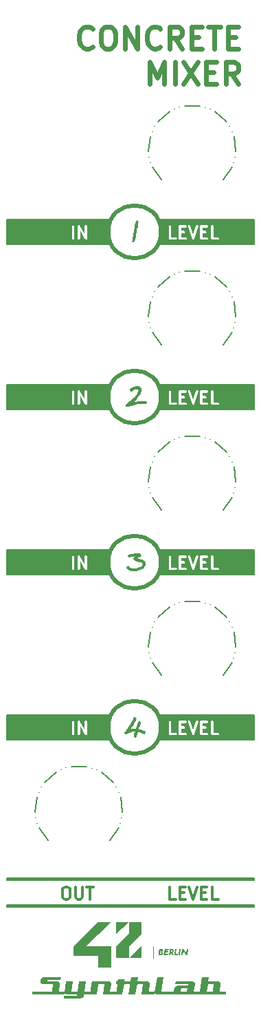
<source format=gbr>
%TF.GenerationSoftware,KiCad,Pcbnew,8.0.1-8.0.1-1~ubuntu22.04.1*%
%TF.CreationDate,2024-04-11T21:20:55+02:00*%
%TF.ProjectId,HagiwoEurorackMixer_PanelOnly,48616769-776f-4457-9572-6f7261636b4d,rev?*%
%TF.SameCoordinates,Original*%
%TF.FileFunction,Legend,Top*%
%TF.FilePolarity,Positive*%
%FSLAX46Y46*%
G04 Gerber Fmt 4.6, Leading zero omitted, Abs format (unit mm)*
G04 Created by KiCad (PCBNEW 8.0.1-8.0.1-1~ubuntu22.04.1) date 2024-04-11 21:20:55*
%MOMM*%
%LPD*%
G01*
G04 APERTURE LIST*
%ADD10C,0.000000*%
%ADD11C,0.150000*%
%ADD12C,0.500000*%
%ADD13C,0.170500*%
%ADD14C,0.300000*%
%ADD15C,0.400000*%
%ADD16C,0.600000*%
G04 APERTURE END LIST*
D10*
G36*
X118278236Y-149769265D02*
G01*
X118278236Y-148289913D01*
X119817730Y-148289913D01*
X118278236Y-149769265D01*
G37*
D11*
X104775000Y-64385213D02*
X117475000Y-64385213D01*
X117475000Y-64893213D01*
X104775000Y-64893213D01*
X104775000Y-64385213D01*
G36*
X104775000Y-64385213D02*
G01*
X117475000Y-64385213D01*
X117475000Y-64893213D01*
X104775000Y-64893213D01*
X104775000Y-64385213D01*
G37*
D10*
G36*
X114537745Y-151248617D02*
G01*
X117618185Y-151248617D01*
X117618185Y-153925538D01*
X116077969Y-153925538D01*
X116077969Y-152446187D01*
X112998251Y-152446187D01*
X112998251Y-151248617D01*
X116077969Y-148289913D01*
X117618185Y-148289913D01*
X114537745Y-151248617D01*
G37*
D12*
X123775787Y-63369213D02*
G75*
G02*
X117270213Y-63369213I-3252787J0D01*
G01*
X117270213Y-63369213D02*
G75*
G02*
X123775787Y-63369213I3252787J0D01*
G01*
D11*
X104775000Y-123313213D02*
X112649000Y-123313213D01*
X112649000Y-125345213D01*
X104775000Y-125345213D01*
X104775000Y-123313213D01*
G36*
X104775000Y-123313213D02*
G01*
X112649000Y-123313213D01*
X112649000Y-125345213D01*
X104775000Y-125345213D01*
X104775000Y-123313213D01*
G37*
D10*
G36*
X126892288Y-152104144D02*
G01*
X126953328Y-151591421D01*
X127127000Y-151591421D01*
X127034687Y-152380115D01*
X126883558Y-152380115D01*
X126534625Y-151864487D01*
X126475014Y-152380115D01*
X126301342Y-152380115D01*
X126395084Y-151591421D01*
X126546293Y-151591421D01*
X126892288Y-152104144D01*
G37*
D11*
X104775000Y-142871213D02*
X135255000Y-142871213D01*
X135255000Y-143150613D01*
X104775000Y-143150613D01*
X104775000Y-142871213D01*
G36*
X104775000Y-142871213D02*
G01*
X135255000Y-142871213D01*
X135255000Y-143150613D01*
X104775000Y-143150613D01*
X104775000Y-142871213D01*
G37*
D10*
G36*
X122909807Y-152775172D02*
G01*
X122792093Y-152775172D01*
X122792093Y-151290741D01*
X122909807Y-151290741D01*
X122909807Y-152775172D01*
G37*
D11*
X123571000Y-61845213D02*
X135255000Y-61845213D01*
X135255000Y-62353213D01*
X123571000Y-62353213D01*
X123571000Y-61845213D01*
G36*
X123571000Y-61845213D02*
G01*
X135255000Y-61845213D01*
X135255000Y-62353213D01*
X123571000Y-62353213D01*
X123571000Y-61845213D01*
G37*
D13*
X123825000Y-77290000D02*
X122753925Y-75761952D01*
X122504907Y-75127529D02*
X122504907Y-75127529D01*
X122337969Y-74466745D02*
X122337969Y-74466745D01*
X122255781Y-73790174D02*
X122472575Y-71936764D01*
X122708686Y-71297424D02*
X122708686Y-71297424D01*
X123023616Y-70693005D02*
X123023616Y-70693005D01*
X123412326Y-70133176D02*
X124807135Y-68893565D01*
X125408731Y-68573277D02*
X125408731Y-68573277D01*
X126045947Y-68331494D02*
X126045947Y-68331494D01*
X126708588Y-68172085D02*
X128574633Y-68174409D01*
X129236874Y-68335468D02*
X129236874Y-68335468D01*
X129873485Y-68578838D02*
X129873485Y-68578838D01*
X130474282Y-68900625D02*
X131865999Y-70143707D01*
X132253313Y-70704502D02*
X132253313Y-70704502D01*
X132566735Y-71309704D02*
X132566735Y-71309704D01*
X132801252Y-71949630D02*
X133013429Y-73803575D01*
X132929555Y-74479939D02*
X132929555Y-74479939D01*
X132760971Y-75140305D02*
X132760971Y-75140305D01*
X132510374Y-75774106D02*
X131445000Y-77290000D01*
D11*
X114935000Y-123313213D02*
X117221000Y-123313213D01*
X117221000Y-125345213D01*
X114935000Y-125345213D01*
X114935000Y-123313213D01*
G36*
X114935000Y-123313213D02*
G01*
X117221000Y-123313213D01*
X117221000Y-125345213D01*
X114935000Y-125345213D01*
X114935000Y-123313213D01*
G37*
D13*
X123825000Y-56970000D02*
X122753925Y-55441952D01*
X122504907Y-54807529D02*
X122504907Y-54807529D01*
X122337969Y-54146745D02*
X122337969Y-54146745D01*
X122255781Y-53470174D02*
X122472575Y-51616764D01*
X122708686Y-50977424D02*
X122708686Y-50977424D01*
X123023616Y-50373005D02*
X123023616Y-50373005D01*
X123412326Y-49813176D02*
X124807135Y-48573565D01*
X125408731Y-48253277D02*
X125408731Y-48253277D01*
X126045947Y-48011494D02*
X126045947Y-48011494D01*
X126708588Y-47852085D02*
X128574633Y-47854409D01*
X129236874Y-48015468D02*
X129236874Y-48015468D01*
X129873485Y-48258838D02*
X129873485Y-48258838D01*
X130474282Y-48580625D02*
X131865999Y-49823707D01*
X132253313Y-50384502D02*
X132253313Y-50384502D01*
X132566735Y-50989704D02*
X132566735Y-50989704D01*
X132801252Y-51629630D02*
X133013429Y-53483575D01*
X132929555Y-54159939D02*
X132929555Y-54159939D01*
X132760971Y-54820305D02*
X132760971Y-54820305D01*
X132510374Y-55454106D02*
X131445000Y-56970000D01*
D11*
X114935000Y-82673213D02*
X117221000Y-82673213D01*
X117221000Y-84705213D01*
X114935000Y-84705213D01*
X114935000Y-82673213D01*
G36*
X114935000Y-82673213D02*
G01*
X117221000Y-82673213D01*
X117221000Y-84705213D01*
X114935000Y-84705213D01*
X114935000Y-82673213D01*
G37*
X123571000Y-122805213D02*
X135255000Y-122805213D01*
X135255000Y-123313213D01*
X123571000Y-123313213D01*
X123571000Y-122805213D01*
G36*
X123571000Y-122805213D02*
G01*
X135255000Y-122805213D01*
X135255000Y-123313213D01*
X123571000Y-123313213D01*
X123571000Y-122805213D01*
G37*
X104775000Y-62353213D02*
X112649000Y-62353213D01*
X112649000Y-64385213D01*
X104775000Y-64385213D01*
X104775000Y-62353213D01*
G36*
X104775000Y-62353213D02*
G01*
X112649000Y-62353213D01*
X112649000Y-64385213D01*
X104775000Y-64385213D01*
X104775000Y-62353213D01*
G37*
X131191000Y-123313213D02*
X135255000Y-123313213D01*
X135255000Y-125345213D01*
X131191000Y-125345213D01*
X131191000Y-123313213D01*
G36*
X131191000Y-123313213D02*
G01*
X135255000Y-123313213D01*
X135255000Y-125345213D01*
X131191000Y-125345213D01*
X131191000Y-123313213D01*
G37*
X123571000Y-84705213D02*
X135255000Y-84705213D01*
X135255000Y-85213213D01*
X123571000Y-85213213D01*
X123571000Y-84705213D01*
G36*
X123571000Y-84705213D02*
G01*
X135255000Y-84705213D01*
X135255000Y-85213213D01*
X123571000Y-85213213D01*
X123571000Y-84705213D01*
G37*
X104775000Y-61845213D02*
X117475000Y-61845213D01*
X117475000Y-62353213D01*
X104775000Y-62353213D01*
X104775000Y-61845213D01*
G36*
X104775000Y-61845213D02*
G01*
X117475000Y-61845213D01*
X117475000Y-62353213D01*
X104775000Y-62353213D01*
X104775000Y-61845213D01*
G37*
X131191000Y-62353213D02*
X135255000Y-62353213D01*
X135255000Y-64385213D01*
X131191000Y-64385213D01*
X131191000Y-62353213D01*
G36*
X131191000Y-62353213D02*
G01*
X135255000Y-62353213D01*
X135255000Y-64385213D01*
X131191000Y-64385213D01*
X131191000Y-62353213D01*
G37*
D12*
X123775787Y-83689213D02*
G75*
G02*
X117270213Y-83689213I-3252787J0D01*
G01*
X117270213Y-83689213D02*
G75*
G02*
X123775787Y-83689213I3252787J0D01*
G01*
D10*
G36*
X125122308Y-151591858D02*
G01*
X125135690Y-151592512D01*
X125148995Y-151593553D01*
X125162204Y-151595054D01*
X125175296Y-151597087D01*
X125188250Y-151599724D01*
X125201045Y-151603038D01*
X125213663Y-151607100D01*
X125226081Y-151611984D01*
X125238280Y-151617762D01*
X125250238Y-151624506D01*
X125261936Y-151632288D01*
X125273354Y-151641181D01*
X125284470Y-151651257D01*
X125295264Y-151662589D01*
X125300185Y-151668165D01*
X125305097Y-151674280D01*
X125309957Y-151680947D01*
X125314723Y-151688176D01*
X125319352Y-151695980D01*
X125323802Y-151704371D01*
X125328031Y-151713359D01*
X125331994Y-151722957D01*
X125335651Y-151733175D01*
X125338959Y-151744027D01*
X125341874Y-151755524D01*
X125344355Y-151767677D01*
X125346358Y-151780498D01*
X125347842Y-151793998D01*
X125348763Y-151808190D01*
X125349000Y-151815549D01*
X125349080Y-151823085D01*
X125348793Y-151836923D01*
X125347943Y-151850380D01*
X125346550Y-151863453D01*
X125344631Y-151876135D01*
X125342205Y-151888421D01*
X125339289Y-151900306D01*
X125335903Y-151911785D01*
X125332064Y-151922853D01*
X125327791Y-151933503D01*
X125323101Y-151943731D01*
X125318014Y-151953531D01*
X125312547Y-151962898D01*
X125306718Y-151971827D01*
X125300547Y-151980313D01*
X125294050Y-151988349D01*
X125287248Y-151995932D01*
X125280974Y-152002068D01*
X125274433Y-152007942D01*
X125267647Y-152013551D01*
X125260638Y-152018889D01*
X125253428Y-152023950D01*
X125246041Y-152028729D01*
X125238497Y-152033220D01*
X125230821Y-152037419D01*
X125223034Y-152041321D01*
X125215159Y-152044919D01*
X125207218Y-152048209D01*
X125199233Y-152051185D01*
X125191228Y-152053841D01*
X125183224Y-152056174D01*
X125175244Y-152058177D01*
X125167311Y-152059845D01*
X125361382Y-152380115D01*
X125158580Y-152380115D01*
X124976891Y-152069283D01*
X124940536Y-152380115D01*
X124766865Y-152380115D01*
X124817272Y-151949450D01*
X124990701Y-151949450D01*
X125033565Y-151949450D01*
X125044823Y-151949246D01*
X125050866Y-151948952D01*
X125057133Y-151948497D01*
X125063583Y-151947855D01*
X125070178Y-151947000D01*
X125076877Y-151945907D01*
X125083640Y-151944550D01*
X125090429Y-151942903D01*
X125097203Y-151940942D01*
X125103924Y-151938640D01*
X125110550Y-151935972D01*
X125117043Y-151932912D01*
X125123362Y-151929436D01*
X125129469Y-151925516D01*
X125135324Y-151921129D01*
X125138123Y-151918787D01*
X125140793Y-151916391D01*
X125143336Y-151913943D01*
X125145755Y-151911446D01*
X125148052Y-151908901D01*
X125150231Y-151906311D01*
X125154243Y-151900998D01*
X125157811Y-151895524D01*
X125160958Y-151889903D01*
X125163704Y-151884150D01*
X125166070Y-151878281D01*
X125168079Y-151872309D01*
X125169750Y-151866249D01*
X125171106Y-151860118D01*
X125172168Y-151853929D01*
X125172957Y-151847697D01*
X125173494Y-151841438D01*
X125173801Y-151835166D01*
X125173898Y-151828895D01*
X125173825Y-151824185D01*
X125173587Y-151819332D01*
X125173156Y-151814364D01*
X125172505Y-151809310D01*
X125171606Y-151804196D01*
X125170433Y-151799049D01*
X125168958Y-151793899D01*
X125167152Y-151788772D01*
X125164990Y-151783697D01*
X125162443Y-151778699D01*
X125159484Y-151773809D01*
X125157841Y-151771412D01*
X125156085Y-151769052D01*
X125154212Y-151766732D01*
X125152219Y-151764457D01*
X125150103Y-151762228D01*
X125147859Y-151760051D01*
X125145485Y-151757927D01*
X125142977Y-151755862D01*
X125140332Y-151753857D01*
X125137546Y-151751917D01*
X125133201Y-151749191D01*
X125128623Y-151746726D01*
X125123818Y-151744510D01*
X125118790Y-151742531D01*
X125113544Y-151740777D01*
X125108087Y-151739238D01*
X125102423Y-151737901D01*
X125096558Y-151736755D01*
X125090497Y-151735787D01*
X125084244Y-151734986D01*
X125077806Y-151734341D01*
X125071186Y-151733839D01*
X125064392Y-151733469D01*
X125057427Y-151733220D01*
X125043009Y-151733034D01*
X125016896Y-151733034D01*
X124990701Y-151949450D01*
X124817272Y-151949450D01*
X124859178Y-151591421D01*
X125095398Y-151591421D01*
X125122308Y-151591858D01*
G37*
G36*
X123818520Y-151591766D02*
G01*
X123828869Y-151592278D01*
X123839447Y-151593088D01*
X123850200Y-151594252D01*
X123861074Y-151595823D01*
X123872013Y-151597856D01*
X123882964Y-151600405D01*
X123893872Y-151603525D01*
X123904684Y-151607269D01*
X123915343Y-151611691D01*
X123925797Y-151616847D01*
X123935989Y-151622791D01*
X123945868Y-151629576D01*
X123950672Y-151633301D01*
X123955376Y-151637257D01*
X123959975Y-151641450D01*
X123964462Y-151645888D01*
X123969442Y-151651274D01*
X123974278Y-151657082D01*
X123978944Y-151663310D01*
X123983416Y-151669954D01*
X123987671Y-151677011D01*
X123991682Y-151684477D01*
X123995427Y-151692350D01*
X123998881Y-151700626D01*
X124002020Y-151709303D01*
X124004819Y-151718376D01*
X124007254Y-151727843D01*
X124009301Y-151737700D01*
X124010935Y-151747945D01*
X124012132Y-151758573D01*
X124012869Y-151769582D01*
X124013120Y-151780969D01*
X124012976Y-151790373D01*
X124012547Y-151799526D01*
X124011836Y-151808433D01*
X124010845Y-151817097D01*
X124009578Y-151825523D01*
X124008038Y-151833715D01*
X124006228Y-151841678D01*
X124004150Y-151849415D01*
X124001808Y-151856930D01*
X123999205Y-151864229D01*
X123996344Y-151871315D01*
X123993228Y-151878192D01*
X123989860Y-151884864D01*
X123986243Y-151891337D01*
X123982380Y-151897613D01*
X123978273Y-151903698D01*
X123973595Y-151910153D01*
X123968824Y-151916179D01*
X123963973Y-151921793D01*
X123959054Y-151927009D01*
X123954078Y-151931841D01*
X123949058Y-151936306D01*
X123944006Y-151940417D01*
X123938934Y-151944189D01*
X123933852Y-151947638D01*
X123928775Y-151950779D01*
X123923713Y-151953626D01*
X123918679Y-151956194D01*
X123913684Y-151958498D01*
X123908741Y-151960553D01*
X123903861Y-151962374D01*
X123899056Y-151963976D01*
X123906156Y-151965855D01*
X123913018Y-151967942D01*
X123919644Y-151970222D01*
X123926035Y-151972682D01*
X123932192Y-151975308D01*
X123938117Y-151978086D01*
X123943809Y-151981002D01*
X123949271Y-151984042D01*
X123954503Y-151987194D01*
X123959507Y-151990442D01*
X123964282Y-151993773D01*
X123968831Y-151997173D01*
X123973155Y-152000628D01*
X123977253Y-152004125D01*
X123981129Y-152007649D01*
X123984782Y-152011188D01*
X123991084Y-152017896D01*
X123996903Y-152024688D01*
X124002248Y-152031577D01*
X124007131Y-152038579D01*
X124011561Y-152045709D01*
X124015550Y-152052982D01*
X124019108Y-152060411D01*
X124022246Y-152068013D01*
X124024976Y-152075803D01*
X124027306Y-152083794D01*
X124029248Y-152092003D01*
X124030814Y-152100443D01*
X124032013Y-152109131D01*
X124032856Y-152118080D01*
X124033354Y-152127305D01*
X124033517Y-152136823D01*
X124033159Y-152152143D01*
X124032116Y-152166792D01*
X124030435Y-152180776D01*
X124028166Y-152194105D01*
X124025356Y-152206787D01*
X124022053Y-152218831D01*
X124018305Y-152230245D01*
X124014160Y-152241038D01*
X124009667Y-152251218D01*
X124004872Y-152260794D01*
X123999825Y-152269774D01*
X123994574Y-152278166D01*
X123989165Y-152285980D01*
X123983648Y-152293224D01*
X123978070Y-152299906D01*
X123972479Y-152306034D01*
X123966809Y-152311742D01*
X123960979Y-152317160D01*
X123954997Y-152322293D01*
X123948870Y-152327150D01*
X123936204Y-152336065D01*
X123923038Y-152343960D01*
X123909424Y-152350893D01*
X123895418Y-152356922D01*
X123881073Y-152362105D01*
X123866445Y-152366497D01*
X123851586Y-152370158D01*
X123836552Y-152373145D01*
X123821397Y-152375514D01*
X123806175Y-152377324D01*
X123790941Y-152378631D01*
X123775748Y-152379494D01*
X123760652Y-152379969D01*
X123745705Y-152380115D01*
X123465829Y-152380115D01*
X123482489Y-152237772D01*
X123656249Y-152237772D01*
X123719511Y-152237772D01*
X123732636Y-152237565D01*
X123747123Y-152236795D01*
X123754706Y-152236131D01*
X123762425Y-152235243D01*
X123770213Y-152234104D01*
X123778001Y-152232687D01*
X123785721Y-152230963D01*
X123793305Y-152228905D01*
X123800685Y-152226486D01*
X123807793Y-152223677D01*
X123814561Y-152220452D01*
X123820921Y-152216782D01*
X123823927Y-152214772D01*
X123826805Y-152212640D01*
X123829547Y-152210383D01*
X123832145Y-152207998D01*
X123834121Y-152206072D01*
X123836218Y-152203828D01*
X123838401Y-152201254D01*
X123840635Y-152198339D01*
X123842887Y-152195071D01*
X123845123Y-152191438D01*
X123847308Y-152187428D01*
X123848371Y-152185279D01*
X123849408Y-152183031D01*
X123850416Y-152180683D01*
X123851389Y-152178233D01*
X123852325Y-152175680D01*
X123853217Y-152173024D01*
X123854063Y-152170261D01*
X123854858Y-152167391D01*
X123855597Y-152164412D01*
X123856277Y-152161323D01*
X123856892Y-152158122D01*
X123857440Y-152154808D01*
X123857915Y-152151379D01*
X123858313Y-152147834D01*
X123858630Y-152144172D01*
X123858862Y-152140391D01*
X123859004Y-152136489D01*
X123859052Y-152132465D01*
X123859007Y-152129244D01*
X123858863Y-152125857D01*
X123858606Y-152122328D01*
X123858221Y-152118679D01*
X123857697Y-152114932D01*
X123857018Y-152111109D01*
X123856172Y-152107233D01*
X123855143Y-152103326D01*
X123853920Y-152099411D01*
X123852487Y-152095509D01*
X123850832Y-152091644D01*
X123848940Y-152087837D01*
X123846797Y-152084110D01*
X123844391Y-152080487D01*
X123841707Y-152076990D01*
X123838732Y-152073640D01*
X123836332Y-152071261D01*
X123833782Y-152069021D01*
X123831094Y-152066919D01*
X123828280Y-152064947D01*
X123825353Y-152063104D01*
X123822323Y-152061384D01*
X123816004Y-152058298D01*
X123809418Y-152055653D01*
X123802659Y-152053418D01*
X123795823Y-152051557D01*
X123789004Y-152050036D01*
X123782297Y-152048822D01*
X123775795Y-152047880D01*
X123769595Y-152047176D01*
X123763790Y-152046677D01*
X123753746Y-152046155D01*
X123746420Y-152046042D01*
X123678792Y-152046042D01*
X123656249Y-152237772D01*
X123482489Y-152237772D01*
X123520655Y-151911691D01*
X123694032Y-151911691D01*
X123729671Y-151911691D01*
X123741061Y-151911484D01*
X123747070Y-151911184D01*
X123753238Y-151910715D01*
X123759526Y-151910050D01*
X123765895Y-151909162D01*
X123772307Y-151908023D01*
X123778725Y-151906605D01*
X123785109Y-151904881D01*
X123791421Y-151902823D01*
X123797623Y-151900403D01*
X123803676Y-151897594D01*
X123809542Y-151894367D01*
X123815183Y-151890697D01*
X123820560Y-151886553D01*
X123823138Y-151884296D01*
X123825636Y-151881910D01*
X123828690Y-151878646D01*
X123831570Y-151875130D01*
X123834272Y-151871381D01*
X123836794Y-151867421D01*
X123839132Y-151863270D01*
X123841284Y-151858947D01*
X123843245Y-151854473D01*
X123845013Y-151849868D01*
X123846585Y-151845153D01*
X123847958Y-151840347D01*
X123849128Y-151835470D01*
X123850092Y-151830544D01*
X123850848Y-151825588D01*
X123851391Y-151820622D01*
X123851720Y-151815667D01*
X123851830Y-151810742D01*
X123851672Y-151804919D01*
X123851216Y-151799427D01*
X123850488Y-151794256D01*
X123849512Y-151789396D01*
X123848314Y-151784839D01*
X123846920Y-151780575D01*
X123845355Y-151776593D01*
X123843644Y-151772885D01*
X123841813Y-151769441D01*
X123839888Y-151766251D01*
X123837894Y-151763306D01*
X123835856Y-151760596D01*
X123833800Y-151758112D01*
X123831751Y-151755844D01*
X123829736Y-151753782D01*
X123827778Y-151751917D01*
X123825778Y-151750265D01*
X123823726Y-151748712D01*
X123821623Y-151747256D01*
X123819472Y-151745892D01*
X123815038Y-151743431D01*
X123810446Y-151741305D01*
X123805716Y-151739490D01*
X123800871Y-151737962D01*
X123795931Y-151736695D01*
X123790919Y-151735665D01*
X123785855Y-151734849D01*
X123780762Y-151734220D01*
X123775661Y-151733756D01*
X123770573Y-151733431D01*
X123760523Y-151733100D01*
X123750784Y-151733034D01*
X123714431Y-151733034D01*
X123694032Y-151911691D01*
X123520655Y-151911691D01*
X123558141Y-151591421D01*
X123798727Y-151591421D01*
X123818520Y-151591766D01*
G37*
D11*
X104775000Y-122805213D02*
X117475000Y-122805213D01*
X117475000Y-123313213D01*
X104775000Y-123313213D01*
X104775000Y-122805213D01*
G36*
X104775000Y-122805213D02*
G01*
X117475000Y-122805213D01*
X117475000Y-123313213D01*
X104775000Y-123313213D01*
X104775000Y-122805213D01*
G37*
X123571000Y-82673213D02*
X124587000Y-82673213D01*
X124587000Y-84705213D01*
X123571000Y-84705213D01*
X123571000Y-82673213D01*
G36*
X123571000Y-82673213D02*
G01*
X124587000Y-82673213D01*
X124587000Y-84705213D01*
X123571000Y-84705213D01*
X123571000Y-82673213D01*
G37*
X104775000Y-84705213D02*
X117475000Y-84705213D01*
X117475000Y-85213213D01*
X104775000Y-85213213D01*
X104775000Y-84705213D01*
G36*
X104775000Y-84705213D02*
G01*
X117475000Y-84705213D01*
X117475000Y-85213213D01*
X104775000Y-85213213D01*
X104775000Y-84705213D01*
G37*
D13*
X123825000Y-97610000D02*
X122753925Y-96081952D01*
X122504907Y-95447529D02*
X122504907Y-95447529D01*
X122337969Y-94786745D02*
X122337969Y-94786745D01*
X122255781Y-94110174D02*
X122472575Y-92256764D01*
X122708686Y-91617424D02*
X122708686Y-91617424D01*
X123023616Y-91013005D02*
X123023616Y-91013005D01*
X123412326Y-90453176D02*
X124807135Y-89213565D01*
X125408731Y-88893277D02*
X125408731Y-88893277D01*
X126045947Y-88651494D02*
X126045947Y-88651494D01*
X126708588Y-88492085D02*
X128574633Y-88494409D01*
X129236874Y-88655468D02*
X129236874Y-88655468D01*
X129873485Y-88898838D02*
X129873485Y-88898838D01*
X130474282Y-89220625D02*
X131865999Y-90463707D01*
X132253313Y-91024502D02*
X132253313Y-91024502D01*
X132566735Y-91629704D02*
X132566735Y-91629704D01*
X132801252Y-92269630D02*
X133013429Y-94123575D01*
X132929555Y-94799939D02*
X132929555Y-94799939D01*
X132760971Y-95460305D02*
X132760971Y-95460305D01*
X132510374Y-96094106D02*
X131445000Y-97610000D01*
D11*
X104775000Y-125345213D02*
X117475000Y-125345213D01*
X117475000Y-125853213D01*
X104775000Y-125853213D01*
X104775000Y-125345213D01*
G36*
X104775000Y-125345213D02*
G01*
X117475000Y-125345213D01*
X117475000Y-125853213D01*
X104775000Y-125853213D01*
X104775000Y-125345213D01*
G37*
D10*
G36*
X124705825Y-151744655D02*
G01*
X124412851Y-151744655D01*
X124391024Y-151897166D01*
X124673836Y-151897166D01*
X124652009Y-152051129D01*
X124369990Y-152051129D01*
X124346018Y-152226151D01*
X124643992Y-152226151D01*
X124622958Y-152380115D01*
X124122815Y-152380115D01*
X124232591Y-151591421D01*
X124727573Y-151591421D01*
X124705825Y-151744655D01*
G37*
G36*
X126133384Y-152379385D02*
G01*
X125959633Y-152379385D01*
X126051945Y-151591421D01*
X126225697Y-151591421D01*
X126133384Y-152379385D01*
G37*
D11*
X114935000Y-102993213D02*
X117221000Y-102993213D01*
X117221000Y-105025213D01*
X114935000Y-105025213D01*
X114935000Y-102993213D01*
G36*
X114935000Y-102993213D02*
G01*
X117221000Y-102993213D01*
X117221000Y-105025213D01*
X114935000Y-105025213D01*
X114935000Y-102993213D01*
G37*
D10*
G36*
X121357946Y-149769265D02*
G01*
X119817730Y-151248617D01*
X119817730Y-152727968D01*
X118278236Y-152727968D01*
X118278236Y-151248617D01*
X119817730Y-149769265D01*
X119817730Y-148289913D01*
X121357946Y-148289913D01*
X121357946Y-149769265D01*
G37*
D12*
X123775787Y-124329213D02*
G75*
G02*
X117270213Y-124329213I-3252787J0D01*
G01*
X117270213Y-124329213D02*
G75*
G02*
X123775787Y-124329213I3252787J0D01*
G01*
D11*
X123571000Y-123313213D02*
X124587000Y-123313213D01*
X124587000Y-125345213D01*
X123571000Y-125345213D01*
X123571000Y-123313213D01*
G36*
X123571000Y-123313213D02*
G01*
X124587000Y-123313213D01*
X124587000Y-125345213D01*
X123571000Y-125345213D01*
X123571000Y-123313213D01*
G37*
X104775000Y-102993213D02*
X112649000Y-102993213D01*
X112649000Y-105025213D01*
X104775000Y-105025213D01*
X104775000Y-102993213D01*
G36*
X104775000Y-102993213D02*
G01*
X112649000Y-102993213D01*
X112649000Y-105025213D01*
X104775000Y-105025213D01*
X104775000Y-102993213D01*
G37*
X123571000Y-62353213D02*
X124587000Y-62353213D01*
X124587000Y-64385213D01*
X123571000Y-64385213D01*
X123571000Y-62353213D01*
G36*
X123571000Y-62353213D02*
G01*
X124587000Y-62353213D01*
X124587000Y-64385213D01*
X123571000Y-64385213D01*
X123571000Y-62353213D01*
G37*
D10*
G36*
X125642688Y-152226151D02*
G01*
X125877479Y-152226151D01*
X125859303Y-152379385D01*
X125450839Y-152379385D01*
X125543865Y-151591421D01*
X125717619Y-151591421D01*
X125642688Y-152226151D01*
G37*
D11*
X104775000Y-82165213D02*
X117475000Y-82165213D01*
X117475000Y-82673213D01*
X104775000Y-82673213D01*
X104775000Y-82165213D01*
G36*
X104775000Y-82165213D02*
G01*
X117475000Y-82165213D01*
X117475000Y-82673213D01*
X104775000Y-82673213D01*
X104775000Y-82165213D01*
G37*
X123571000Y-82165213D02*
X135255000Y-82165213D01*
X135255000Y-82673213D01*
X123571000Y-82673213D01*
X123571000Y-82165213D01*
G36*
X123571000Y-82165213D02*
G01*
X135255000Y-82165213D01*
X135255000Y-82673213D01*
X123571000Y-82673213D01*
X123571000Y-82165213D01*
G37*
D13*
X109855000Y-138250000D02*
X108783925Y-136721952D01*
X108534907Y-136087529D02*
X108534907Y-136087529D01*
X108367969Y-135426745D02*
X108367969Y-135426745D01*
X108285781Y-134750174D02*
X108502575Y-132896764D01*
X108738686Y-132257424D02*
X108738686Y-132257424D01*
X109053616Y-131653005D02*
X109053616Y-131653005D01*
X109442326Y-131093176D02*
X110837135Y-129853565D01*
X111438731Y-129533277D02*
X111438731Y-129533277D01*
X112075947Y-129291494D02*
X112075947Y-129291494D01*
X112738588Y-129132085D02*
X114604633Y-129134409D01*
X115266874Y-129295468D02*
X115266874Y-129295468D01*
X115903485Y-129538838D02*
X115903485Y-129538838D01*
X116504282Y-129860625D02*
X117895999Y-131103707D01*
X118283313Y-131664502D02*
X118283313Y-131664502D01*
X118596735Y-132269704D02*
X118596735Y-132269704D01*
X118831252Y-132909630D02*
X119043429Y-134763575D01*
X118959555Y-135439939D02*
X118959555Y-135439939D01*
X118790971Y-136100305D02*
X118790971Y-136100305D01*
X118540374Y-136734106D02*
X117475000Y-138250000D01*
D11*
X123571000Y-64385213D02*
X135255000Y-64385213D01*
X135255000Y-64893213D01*
X123571000Y-64893213D01*
X123571000Y-64385213D01*
G36*
X123571000Y-64385213D02*
G01*
X135255000Y-64385213D01*
X135255000Y-64893213D01*
X123571000Y-64893213D01*
X123571000Y-64385213D01*
G37*
X123571000Y-102993213D02*
X124587000Y-102993213D01*
X124587000Y-105025213D01*
X123571000Y-105025213D01*
X123571000Y-102993213D01*
G36*
X123571000Y-102993213D02*
G01*
X124587000Y-102993213D01*
X124587000Y-105025213D01*
X123571000Y-105025213D01*
X123571000Y-102993213D01*
G37*
D13*
X123825000Y-117930000D02*
X122753925Y-116401952D01*
X122504907Y-115767529D02*
X122504907Y-115767529D01*
X122337969Y-115106745D02*
X122337969Y-115106745D01*
X122255781Y-114430174D02*
X122472575Y-112576764D01*
X122708686Y-111937424D02*
X122708686Y-111937424D01*
X123023616Y-111333005D02*
X123023616Y-111333005D01*
X123412326Y-110773176D02*
X124807135Y-109533565D01*
X125408731Y-109213277D02*
X125408731Y-109213277D01*
X126045947Y-108971494D02*
X126045947Y-108971494D01*
X126708588Y-108812085D02*
X128574633Y-108814409D01*
X129236874Y-108975468D02*
X129236874Y-108975468D01*
X129873485Y-109218838D02*
X129873485Y-109218838D01*
X130474282Y-109540625D02*
X131865999Y-110783707D01*
X132253313Y-111344502D02*
X132253313Y-111344502D01*
X132566735Y-111949704D02*
X132566735Y-111949704D01*
X132801252Y-112589630D02*
X133013429Y-114443575D01*
X132929555Y-115119939D02*
X132929555Y-115119939D01*
X132760971Y-115780305D02*
X132760971Y-115780305D01*
X132510374Y-116414106D02*
X131445000Y-117930000D01*
D12*
X123775787Y-104009213D02*
G75*
G02*
X117270213Y-104009213I-3252787J0D01*
G01*
X117270213Y-104009213D02*
G75*
G02*
X123775787Y-104009213I3252787J0D01*
G01*
D11*
X114935000Y-62353213D02*
X117221000Y-62353213D01*
X117221000Y-64385213D01*
X114935000Y-64385213D01*
X114935000Y-62353213D01*
G36*
X114935000Y-62353213D02*
G01*
X117221000Y-62353213D01*
X117221000Y-64385213D01*
X114935000Y-64385213D01*
X114935000Y-62353213D01*
G37*
X131191000Y-102993213D02*
X135255000Y-102993213D01*
X135255000Y-105025213D01*
X131191000Y-105025213D01*
X131191000Y-102993213D01*
G36*
X131191000Y-102993213D02*
G01*
X135255000Y-102993213D01*
X135255000Y-105025213D01*
X131191000Y-105025213D01*
X131191000Y-102993213D01*
G37*
X123571000Y-125345213D02*
X135255000Y-125345213D01*
X135255000Y-125853213D01*
X123571000Y-125853213D01*
X123571000Y-125345213D01*
G36*
X123571000Y-125345213D02*
G01*
X135255000Y-125345213D01*
X135255000Y-125853213D01*
X123571000Y-125853213D01*
X123571000Y-125345213D01*
G37*
D10*
G36*
X121357867Y-152728000D02*
G01*
X119817682Y-152728000D01*
X121357867Y-151248648D01*
X121357867Y-152728000D01*
G37*
D11*
X123571000Y-102485213D02*
X135255000Y-102485213D01*
X135255000Y-102993213D01*
X123571000Y-102993213D01*
X123571000Y-102485213D01*
G36*
X123571000Y-102485213D02*
G01*
X135255000Y-102485213D01*
X135255000Y-102993213D01*
X123571000Y-102993213D01*
X123571000Y-102485213D01*
G37*
X104775000Y-146147813D02*
X135255000Y-146147813D01*
X135255000Y-146427213D01*
X104775000Y-146427213D01*
X104775000Y-146147813D01*
G36*
X104775000Y-146147813D02*
G01*
X135255000Y-146147813D01*
X135255000Y-146427213D01*
X104775000Y-146427213D01*
X104775000Y-146147813D01*
G37*
X104775000Y-105025213D02*
X117475000Y-105025213D01*
X117475000Y-105533213D01*
X104775000Y-105533213D01*
X104775000Y-105025213D01*
G36*
X104775000Y-105025213D02*
G01*
X117475000Y-105025213D01*
X117475000Y-105533213D01*
X104775000Y-105533213D01*
X104775000Y-105025213D01*
G37*
X104775000Y-102485213D02*
X117475000Y-102485213D01*
X117475000Y-102993213D01*
X104775000Y-102993213D01*
X104775000Y-102485213D01*
G36*
X104775000Y-102485213D02*
G01*
X117475000Y-102485213D01*
X117475000Y-102993213D01*
X104775000Y-102993213D01*
X104775000Y-102485213D01*
G37*
X104775000Y-82673213D02*
X112649000Y-82673213D01*
X112649000Y-84705213D01*
X104775000Y-84705213D01*
X104775000Y-82673213D01*
G36*
X104775000Y-82673213D02*
G01*
X112649000Y-82673213D01*
X112649000Y-84705213D01*
X104775000Y-84705213D01*
X104775000Y-82673213D01*
G37*
X131191000Y-82673213D02*
X135255000Y-82673213D01*
X135255000Y-84705213D01*
X131191000Y-84705213D01*
X131191000Y-82673213D01*
G36*
X131191000Y-82673213D02*
G01*
X135255000Y-82673213D01*
X135255000Y-84705213D01*
X131191000Y-84705213D01*
X131191000Y-82673213D01*
G37*
X123571000Y-105025213D02*
X135255000Y-105025213D01*
X135255000Y-105533213D01*
X123571000Y-105533213D01*
X123571000Y-105025213D01*
G36*
X123571000Y-105025213D02*
G01*
X135255000Y-105025213D01*
X135255000Y-105533213D01*
X123571000Y-105533213D01*
X123571000Y-105025213D01*
G37*
D14*
X111965225Y-143966041D02*
X112250939Y-143966041D01*
X112250939Y-143966041D02*
X112393796Y-144037470D01*
X112393796Y-144037470D02*
X112536653Y-144180327D01*
X112536653Y-144180327D02*
X112608082Y-144466041D01*
X112608082Y-144466041D02*
X112608082Y-144966041D01*
X112608082Y-144966041D02*
X112536653Y-145251755D01*
X112536653Y-145251755D02*
X112393796Y-145394613D01*
X112393796Y-145394613D02*
X112250939Y-145466041D01*
X112250939Y-145466041D02*
X111965225Y-145466041D01*
X111965225Y-145466041D02*
X111822368Y-145394613D01*
X111822368Y-145394613D02*
X111679510Y-145251755D01*
X111679510Y-145251755D02*
X111608082Y-144966041D01*
X111608082Y-144966041D02*
X111608082Y-144466041D01*
X111608082Y-144466041D02*
X111679510Y-144180327D01*
X111679510Y-144180327D02*
X111822368Y-144037470D01*
X111822368Y-144037470D02*
X111965225Y-143966041D01*
X113250939Y-143966041D02*
X113250939Y-145180327D01*
X113250939Y-145180327D02*
X113322368Y-145323184D01*
X113322368Y-145323184D02*
X113393797Y-145394613D01*
X113393797Y-145394613D02*
X113536654Y-145466041D01*
X113536654Y-145466041D02*
X113822368Y-145466041D01*
X113822368Y-145466041D02*
X113965225Y-145394613D01*
X113965225Y-145394613D02*
X114036654Y-145323184D01*
X114036654Y-145323184D02*
X114108082Y-145180327D01*
X114108082Y-145180327D02*
X114108082Y-143966041D01*
X114608083Y-143966041D02*
X115465226Y-143966041D01*
X115036654Y-145466041D02*
X115036654Y-143966041D01*
G36*
X131129867Y-105142708D02*
G01*
X124570843Y-105142708D01*
X124570843Y-103326041D01*
X124737510Y-103326041D01*
X124740392Y-104855305D01*
X124762790Y-104909377D01*
X124804174Y-104950761D01*
X124858246Y-104973159D01*
X124887510Y-104976041D01*
X125631060Y-104973159D01*
X125685132Y-104950761D01*
X125726516Y-104909377D01*
X125748914Y-104855305D01*
X125748914Y-104796777D01*
X125726516Y-104742705D01*
X125685132Y-104701321D01*
X125631060Y-104678923D01*
X125601796Y-104676041D01*
X125037231Y-104678229D01*
X125034683Y-103326041D01*
X125951796Y-103326041D01*
X125954678Y-104855305D01*
X125977076Y-104909377D01*
X126018460Y-104950761D01*
X126072532Y-104973159D01*
X126101796Y-104976041D01*
X126845346Y-104973159D01*
X126899418Y-104950761D01*
X126940802Y-104909377D01*
X126963200Y-104855305D01*
X126963200Y-104796777D01*
X126940802Y-104742705D01*
X126899418Y-104701321D01*
X126845346Y-104678923D01*
X126816082Y-104676041D01*
X126251517Y-104678229D01*
X126250596Y-104189516D01*
X126631060Y-104187445D01*
X126685132Y-104165047D01*
X126726516Y-104123663D01*
X126748914Y-104069591D01*
X126748914Y-104011063D01*
X126726516Y-103956991D01*
X126685132Y-103915607D01*
X126631060Y-103893209D01*
X126601796Y-103890327D01*
X126250036Y-103892242D01*
X126249250Y-103475469D01*
X126845346Y-103473159D01*
X126899418Y-103450761D01*
X126940802Y-103409377D01*
X126963200Y-103355305D01*
X126963200Y-103344802D01*
X127095832Y-103344802D01*
X127102352Y-103373475D01*
X127599245Y-104855311D01*
X127599981Y-104865661D01*
X127608284Y-104882268D01*
X127614340Y-104900326D01*
X127621362Y-104908423D01*
X127626155Y-104918008D01*
X127640361Y-104930329D01*
X127652687Y-104944541D01*
X127662274Y-104949334D01*
X127670369Y-104956355D01*
X127688211Y-104962302D01*
X127705035Y-104970714D01*
X127715725Y-104971473D01*
X127725893Y-104974863D01*
X127744649Y-104973530D01*
X127763415Y-104974864D01*
X127773585Y-104971473D01*
X127784274Y-104970714D01*
X127801095Y-104962303D01*
X127818939Y-104956355D01*
X127827035Y-104949332D01*
X127836621Y-104944540D01*
X127848944Y-104930331D01*
X127863153Y-104918008D01*
X127867945Y-104908422D01*
X127874968Y-104900326D01*
X127886956Y-104873475D01*
X128393477Y-103344801D01*
X128392143Y-103326041D01*
X128594653Y-103326041D01*
X128597535Y-104855305D01*
X128619933Y-104909377D01*
X128661317Y-104950761D01*
X128715389Y-104973159D01*
X128744653Y-104976041D01*
X129488203Y-104973159D01*
X129542275Y-104950761D01*
X129583659Y-104909377D01*
X129606057Y-104855305D01*
X129606057Y-104796777D01*
X129583659Y-104742705D01*
X129542275Y-104701321D01*
X129488203Y-104678923D01*
X129458939Y-104676041D01*
X128894374Y-104678229D01*
X128893453Y-104189516D01*
X129273917Y-104187445D01*
X129327989Y-104165047D01*
X129369373Y-104123663D01*
X129391771Y-104069591D01*
X129391771Y-104011063D01*
X129369373Y-103956991D01*
X129327989Y-103915607D01*
X129273917Y-103893209D01*
X129244653Y-103890327D01*
X128892893Y-103892242D01*
X128892107Y-103475469D01*
X129488203Y-103473159D01*
X129542275Y-103450761D01*
X129583659Y-103409377D01*
X129606057Y-103355305D01*
X129606057Y-103326041D01*
X129951796Y-103326041D01*
X129954678Y-104855305D01*
X129977076Y-104909377D01*
X130018460Y-104950761D01*
X130072532Y-104973159D01*
X130101796Y-104976041D01*
X130845346Y-104973159D01*
X130899418Y-104950761D01*
X130940802Y-104909377D01*
X130963200Y-104855305D01*
X130963200Y-104796777D01*
X130940802Y-104742705D01*
X130899418Y-104701321D01*
X130845346Y-104678923D01*
X130816082Y-104676041D01*
X130251517Y-104678229D01*
X130248914Y-103296777D01*
X130226516Y-103242705D01*
X130185132Y-103201321D01*
X130131060Y-103178923D01*
X130072532Y-103178923D01*
X130018460Y-103201321D01*
X129977076Y-103242705D01*
X129954678Y-103296777D01*
X129951796Y-103326041D01*
X129606057Y-103326041D01*
X129606057Y-103296777D01*
X129583659Y-103242705D01*
X129542275Y-103201321D01*
X129488203Y-103178923D01*
X129458939Y-103176041D01*
X128715389Y-103178923D01*
X128661317Y-103201321D01*
X128619933Y-103242705D01*
X128597535Y-103296777D01*
X128594653Y-103326041D01*
X128392143Y-103326041D01*
X128389327Y-103286421D01*
X128363153Y-103234074D01*
X128318939Y-103195727D01*
X128263415Y-103177218D01*
X128205035Y-103181368D01*
X128152687Y-103207541D01*
X128114340Y-103251756D01*
X128102352Y-103278607D01*
X127745304Y-104356172D01*
X127374968Y-103251756D01*
X127336621Y-103207542D01*
X127284274Y-103181368D01*
X127225893Y-103177219D01*
X127170369Y-103195727D01*
X127126155Y-103234074D01*
X127099981Y-103286421D01*
X127095832Y-103344802D01*
X126963200Y-103344802D01*
X126963200Y-103296777D01*
X126940802Y-103242705D01*
X126899418Y-103201321D01*
X126845346Y-103178923D01*
X126816082Y-103176041D01*
X126072532Y-103178923D01*
X126018460Y-103201321D01*
X125977076Y-103242705D01*
X125954678Y-103296777D01*
X125951796Y-103326041D01*
X125034683Y-103326041D01*
X125034628Y-103296777D01*
X125012230Y-103242705D01*
X124970846Y-103201321D01*
X124916774Y-103178923D01*
X124858246Y-103178923D01*
X124804174Y-103201321D01*
X124762790Y-103242705D01*
X124740392Y-103296777D01*
X124737510Y-103326041D01*
X124570843Y-103326041D01*
X124570843Y-103009374D01*
X131129867Y-103009374D01*
X131129867Y-105142708D01*
G37*
G36*
X131129867Y-125462708D02*
G01*
X124570843Y-125462708D01*
X124570843Y-123646041D01*
X124737510Y-123646041D01*
X124740392Y-125175305D01*
X124762790Y-125229377D01*
X124804174Y-125270761D01*
X124858246Y-125293159D01*
X124887510Y-125296041D01*
X125631060Y-125293159D01*
X125685132Y-125270761D01*
X125726516Y-125229377D01*
X125748914Y-125175305D01*
X125748914Y-125116777D01*
X125726516Y-125062705D01*
X125685132Y-125021321D01*
X125631060Y-124998923D01*
X125601796Y-124996041D01*
X125037231Y-124998229D01*
X125034683Y-123646041D01*
X125951796Y-123646041D01*
X125954678Y-125175305D01*
X125977076Y-125229377D01*
X126018460Y-125270761D01*
X126072532Y-125293159D01*
X126101796Y-125296041D01*
X126845346Y-125293159D01*
X126899418Y-125270761D01*
X126940802Y-125229377D01*
X126963200Y-125175305D01*
X126963200Y-125116777D01*
X126940802Y-125062705D01*
X126899418Y-125021321D01*
X126845346Y-124998923D01*
X126816082Y-124996041D01*
X126251517Y-124998229D01*
X126250596Y-124509516D01*
X126631060Y-124507445D01*
X126685132Y-124485047D01*
X126726516Y-124443663D01*
X126748914Y-124389591D01*
X126748914Y-124331063D01*
X126726516Y-124276991D01*
X126685132Y-124235607D01*
X126631060Y-124213209D01*
X126601796Y-124210327D01*
X126250036Y-124212242D01*
X126249250Y-123795469D01*
X126845346Y-123793159D01*
X126899418Y-123770761D01*
X126940802Y-123729377D01*
X126963200Y-123675305D01*
X126963200Y-123664802D01*
X127095832Y-123664802D01*
X127102352Y-123693475D01*
X127599245Y-125175311D01*
X127599981Y-125185661D01*
X127608284Y-125202268D01*
X127614340Y-125220326D01*
X127621362Y-125228423D01*
X127626155Y-125238008D01*
X127640361Y-125250329D01*
X127652687Y-125264541D01*
X127662274Y-125269334D01*
X127670369Y-125276355D01*
X127688211Y-125282302D01*
X127705035Y-125290714D01*
X127715725Y-125291473D01*
X127725893Y-125294863D01*
X127744649Y-125293530D01*
X127763415Y-125294864D01*
X127773585Y-125291473D01*
X127784274Y-125290714D01*
X127801095Y-125282303D01*
X127818939Y-125276355D01*
X127827035Y-125269332D01*
X127836621Y-125264540D01*
X127848944Y-125250331D01*
X127863153Y-125238008D01*
X127867945Y-125228422D01*
X127874968Y-125220326D01*
X127886956Y-125193475D01*
X128393477Y-123664801D01*
X128392143Y-123646041D01*
X128594653Y-123646041D01*
X128597535Y-125175305D01*
X128619933Y-125229377D01*
X128661317Y-125270761D01*
X128715389Y-125293159D01*
X128744653Y-125296041D01*
X129488203Y-125293159D01*
X129542275Y-125270761D01*
X129583659Y-125229377D01*
X129606057Y-125175305D01*
X129606057Y-125116777D01*
X129583659Y-125062705D01*
X129542275Y-125021321D01*
X129488203Y-124998923D01*
X129458939Y-124996041D01*
X128894374Y-124998229D01*
X128893453Y-124509516D01*
X129273917Y-124507445D01*
X129327989Y-124485047D01*
X129369373Y-124443663D01*
X129391771Y-124389591D01*
X129391771Y-124331063D01*
X129369373Y-124276991D01*
X129327989Y-124235607D01*
X129273917Y-124213209D01*
X129244653Y-124210327D01*
X128892893Y-124212242D01*
X128892107Y-123795469D01*
X129488203Y-123793159D01*
X129542275Y-123770761D01*
X129583659Y-123729377D01*
X129606057Y-123675305D01*
X129606057Y-123646041D01*
X129951796Y-123646041D01*
X129954678Y-125175305D01*
X129977076Y-125229377D01*
X130018460Y-125270761D01*
X130072532Y-125293159D01*
X130101796Y-125296041D01*
X130845346Y-125293159D01*
X130899418Y-125270761D01*
X130940802Y-125229377D01*
X130963200Y-125175305D01*
X130963200Y-125116777D01*
X130940802Y-125062705D01*
X130899418Y-125021321D01*
X130845346Y-124998923D01*
X130816082Y-124996041D01*
X130251517Y-124998229D01*
X130248914Y-123616777D01*
X130226516Y-123562705D01*
X130185132Y-123521321D01*
X130131060Y-123498923D01*
X130072532Y-123498923D01*
X130018460Y-123521321D01*
X129977076Y-123562705D01*
X129954678Y-123616777D01*
X129951796Y-123646041D01*
X129606057Y-123646041D01*
X129606057Y-123616777D01*
X129583659Y-123562705D01*
X129542275Y-123521321D01*
X129488203Y-123498923D01*
X129458939Y-123496041D01*
X128715389Y-123498923D01*
X128661317Y-123521321D01*
X128619933Y-123562705D01*
X128597535Y-123616777D01*
X128594653Y-123646041D01*
X128392143Y-123646041D01*
X128389327Y-123606421D01*
X128363153Y-123554074D01*
X128318939Y-123515727D01*
X128263415Y-123497218D01*
X128205035Y-123501368D01*
X128152687Y-123527541D01*
X128114340Y-123571756D01*
X128102352Y-123598607D01*
X127745304Y-124676172D01*
X127374968Y-123571756D01*
X127336621Y-123527542D01*
X127284274Y-123501368D01*
X127225893Y-123497219D01*
X127170369Y-123515727D01*
X127126155Y-123554074D01*
X127099981Y-123606421D01*
X127095832Y-123664802D01*
X126963200Y-123664802D01*
X126963200Y-123616777D01*
X126940802Y-123562705D01*
X126899418Y-123521321D01*
X126845346Y-123498923D01*
X126816082Y-123496041D01*
X126072532Y-123498923D01*
X126018460Y-123521321D01*
X125977076Y-123562705D01*
X125954678Y-123616777D01*
X125951796Y-123646041D01*
X125034683Y-123646041D01*
X125034628Y-123616777D01*
X125012230Y-123562705D01*
X124970846Y-123521321D01*
X124916774Y-123498923D01*
X124858246Y-123498923D01*
X124804174Y-123521321D01*
X124762790Y-123562705D01*
X124740392Y-123616777D01*
X124737510Y-123646041D01*
X124570843Y-123646041D01*
X124570843Y-123329374D01*
X131129867Y-123329374D01*
X131129867Y-125462708D01*
G37*
G36*
X111972280Y-156860986D02*
G01*
X111927095Y-157173617D01*
X107892813Y-157173617D01*
X107937998Y-156860986D01*
X110330968Y-156860986D01*
X110479956Y-155923093D01*
X109308201Y-155923093D01*
X109178466Y-155908985D01*
X109060390Y-155862235D01*
X109023658Y-155837608D01*
X108943668Y-155742659D01*
X108929624Y-155628780D01*
X108946623Y-155503513D01*
X108948553Y-155490783D01*
X108967368Y-155365827D01*
X108969314Y-155352786D01*
X109020263Y-155234365D01*
X109112426Y-155152887D01*
X109120744Y-155147622D01*
X109236627Y-155093065D01*
X109363997Y-155066321D01*
X109426659Y-155063358D01*
X111442883Y-155063358D01*
X111398309Y-155375989D01*
X109802793Y-155375989D01*
X109768599Y-155610462D01*
X110942796Y-155610462D01*
X111072329Y-155624470D01*
X111189738Y-155670886D01*
X111226118Y-155695337D01*
X111306107Y-155790591D01*
X111321372Y-155906607D01*
X111301032Y-156028995D01*
X111280920Y-156151308D01*
X111261037Y-156273543D01*
X111241383Y-156395703D01*
X111222340Y-156516374D01*
X111201372Y-156648663D01*
X111180887Y-156777280D01*
X111167499Y-156860986D01*
X111972280Y-156860986D01*
G37*
G36*
X112100507Y-155610462D02*
G01*
X112938260Y-155610462D01*
X112741034Y-156860986D01*
X113500629Y-156860986D01*
X113696024Y-155610462D01*
X114531945Y-155610462D01*
X114336550Y-156860986D01*
X115133393Y-156860986D01*
X115088208Y-157173617D01*
X114290755Y-157173617D01*
X114254118Y-157410532D01*
X114201436Y-157522161D01*
X114100856Y-157603484D01*
X113986160Y-157654088D01*
X113859370Y-157678894D01*
X113796774Y-157681642D01*
X113710678Y-157681642D01*
X113398047Y-157681642D01*
X111780549Y-157681642D01*
X111825123Y-157369011D01*
X113421250Y-157369011D01*
X113454223Y-157173617D01*
X112678752Y-157173617D01*
X112280636Y-157173617D01*
X112151196Y-157160516D01*
X112032986Y-157117106D01*
X111996093Y-157094238D01*
X111913294Y-156998564D01*
X111902060Y-156896401D01*
X112100507Y-155610462D01*
G37*
G36*
X115273222Y-155610462D02*
G01*
X117283951Y-155610462D01*
X117413484Y-155624470D01*
X117530893Y-155670886D01*
X117567273Y-155695337D01*
X117646804Y-155790591D01*
X117661917Y-155906607D01*
X117509876Y-156860986D01*
X118306107Y-156860986D01*
X118260922Y-157173617D01*
X117446983Y-157173617D01*
X116627548Y-157173617D01*
X116822943Y-155923093D01*
X116065179Y-155923093D01*
X115867953Y-157173617D01*
X115032032Y-157173617D01*
X115231090Y-155880351D01*
X115273222Y-155610462D01*
G37*
G36*
X118485626Y-155336910D02*
G01*
X119323989Y-155336910D01*
X119284300Y-155571383D01*
X120080532Y-155571383D01*
X120035347Y-155884014D01*
X119237894Y-155884014D01*
X119040668Y-157160183D01*
X118204746Y-157160183D01*
X118401362Y-155885846D01*
X118201083Y-155899279D01*
X118246268Y-155571383D01*
X118445936Y-155571383D01*
X118485626Y-155336910D01*
G37*
G36*
X120112894Y-155102437D02*
G01*
X120950647Y-155102437D01*
X120871268Y-155610462D01*
X121010944Y-155610462D01*
X121135415Y-155610462D01*
X121261990Y-155610462D01*
X121390668Y-155610462D01*
X121446460Y-155610462D01*
X121577121Y-155610462D01*
X121707840Y-155610462D01*
X121838618Y-155610462D01*
X121969454Y-155610462D01*
X122044244Y-155610462D01*
X122173777Y-155624470D01*
X122291186Y-155670886D01*
X122327566Y-155695337D01*
X122407097Y-155790591D01*
X122422210Y-155906607D01*
X122270169Y-156860986D01*
X123066400Y-156860986D01*
X123021215Y-157173617D01*
X122891673Y-157173617D01*
X122762936Y-157173617D01*
X122635003Y-157173617D01*
X122507876Y-157173617D01*
X122381554Y-157173617D01*
X122256036Y-157173617D01*
X122206055Y-157173617D01*
X122080946Y-157173617D01*
X121954823Y-157173617D01*
X121827687Y-157173617D01*
X121699537Y-157173617D01*
X121570374Y-157173617D01*
X121440196Y-157173617D01*
X121387841Y-157173617D01*
X121583236Y-155923093D01*
X120825472Y-155923093D01*
X120628246Y-157173617D01*
X119792325Y-157173617D01*
X120112894Y-155102437D01*
G37*
G36*
X123283776Y-155102437D02*
G01*
X124121529Y-155102437D01*
X123844924Y-156860986D01*
X125440441Y-156860986D01*
X125395256Y-157173617D01*
X123384527Y-157173617D01*
X123255086Y-157160516D01*
X123136877Y-157117106D01*
X123099984Y-157094238D01*
X123017184Y-156998564D01*
X123005950Y-156896401D01*
X123283776Y-155102437D01*
G37*
G36*
X127725417Y-155624470D02*
G01*
X127842826Y-155670886D01*
X127879206Y-155695337D01*
X127958737Y-155790591D01*
X127973850Y-155906607D01*
X127821809Y-156860986D01*
X128618040Y-156860986D01*
X128572855Y-157173617D01*
X125343965Y-157173617D01*
X125391613Y-156860986D01*
X126226292Y-156860986D01*
X126983445Y-156860986D01*
X127055497Y-156431118D01*
X126298344Y-156431118D01*
X126226292Y-156860986D01*
X125391613Y-156860986D01*
X125463644Y-156388376D01*
X125515718Y-156277700D01*
X125616906Y-156196645D01*
X125732789Y-156146041D01*
X125860159Y-156121235D01*
X125922820Y-156118487D01*
X127101903Y-156118487D01*
X127134265Y-155923093D01*
X125539970Y-155923093D01*
X125584544Y-155610462D01*
X127595884Y-155610462D01*
X127725417Y-155624470D01*
G37*
G36*
X129595622Y-155610462D02*
G01*
X130768599Y-155610462D01*
X130898132Y-155624470D01*
X131015540Y-155670886D01*
X131051920Y-155695337D01*
X131131452Y-155790591D01*
X131146564Y-155906607D01*
X131000629Y-156860986D01*
X131797472Y-156860986D01*
X131752287Y-157173617D01*
X128516679Y-157173617D01*
X128565067Y-156860986D01*
X129399007Y-156860986D01*
X130156160Y-156860986D01*
X130306980Y-155923093D01*
X129549827Y-155923093D01*
X129399007Y-156860986D01*
X128565067Y-156860986D01*
X128837248Y-155102437D01*
X129675001Y-155102437D01*
X129595622Y-155610462D01*
G37*
D15*
G36*
X120907625Y-102932891D02*
G01*
X121112788Y-102932891D01*
X121280095Y-102978076D01*
X121350098Y-103217515D01*
X121319174Y-103268725D01*
X121115927Y-103421482D01*
X121067604Y-103442138D01*
X120853891Y-103547162D01*
X121099152Y-103615409D01*
X121110346Y-103617992D01*
X121355347Y-103682588D01*
X121463277Y-103716911D01*
X121688090Y-103817084D01*
X121763696Y-103865899D01*
X121899508Y-104072780D01*
X121910241Y-104137009D01*
X121880288Y-104386234D01*
X121836969Y-104478949D01*
X121687829Y-104677401D01*
X121586620Y-104769598D01*
X121382165Y-104906210D01*
X121223919Y-104983310D01*
X120992165Y-105066729D01*
X120808706Y-105113980D01*
X120564870Y-105152727D01*
X120404484Y-105160386D01*
X120160059Y-105136413D01*
X120083305Y-105113980D01*
X119895238Y-105041928D01*
X119781665Y-104982089D01*
X119685189Y-104902710D01*
X119545971Y-104763491D01*
X119563068Y-104546115D01*
X119693738Y-104478949D01*
X119823186Y-104530240D01*
X120039265Y-104692203D01*
X120289385Y-104778757D01*
X120536164Y-104792631D01*
X120809007Y-104748770D01*
X120891749Y-104725634D01*
X121125678Y-104638356D01*
X121351536Y-104502839D01*
X121463277Y-104402012D01*
X121543877Y-104188300D01*
X121322332Y-104060683D01*
X121089585Y-103990463D01*
X120852746Y-103923907D01*
X120611090Y-103844356D01*
X120450890Y-103768202D01*
X120391051Y-103561817D01*
X120541260Y-103372528D01*
X120643842Y-103313910D01*
X120394257Y-103323475D01*
X120138260Y-103346250D01*
X120006368Y-103368865D01*
X119897680Y-103428704D01*
X119856159Y-103428704D01*
X119688853Y-103294371D01*
X119759683Y-103095313D01*
X119990859Y-103002802D01*
X120237534Y-102963733D01*
X120510730Y-102952431D01*
X120758545Y-102947697D01*
X120812370Y-102941440D01*
X120907625Y-102932891D01*
G37*
D14*
G36*
X131129867Y-84822708D02*
G01*
X124570843Y-84822708D01*
X124570843Y-83006041D01*
X124737510Y-83006041D01*
X124740392Y-84535305D01*
X124762790Y-84589377D01*
X124804174Y-84630761D01*
X124858246Y-84653159D01*
X124887510Y-84656041D01*
X125631060Y-84653159D01*
X125685132Y-84630761D01*
X125726516Y-84589377D01*
X125748914Y-84535305D01*
X125748914Y-84476777D01*
X125726516Y-84422705D01*
X125685132Y-84381321D01*
X125631060Y-84358923D01*
X125601796Y-84356041D01*
X125037231Y-84358229D01*
X125034683Y-83006041D01*
X125951796Y-83006041D01*
X125954678Y-84535305D01*
X125977076Y-84589377D01*
X126018460Y-84630761D01*
X126072532Y-84653159D01*
X126101796Y-84656041D01*
X126845346Y-84653159D01*
X126899418Y-84630761D01*
X126940802Y-84589377D01*
X126963200Y-84535305D01*
X126963200Y-84476777D01*
X126940802Y-84422705D01*
X126899418Y-84381321D01*
X126845346Y-84358923D01*
X126816082Y-84356041D01*
X126251517Y-84358229D01*
X126250596Y-83869516D01*
X126631060Y-83867445D01*
X126685132Y-83845047D01*
X126726516Y-83803663D01*
X126748914Y-83749591D01*
X126748914Y-83691063D01*
X126726516Y-83636991D01*
X126685132Y-83595607D01*
X126631060Y-83573209D01*
X126601796Y-83570327D01*
X126250036Y-83572242D01*
X126249250Y-83155469D01*
X126845346Y-83153159D01*
X126899418Y-83130761D01*
X126940802Y-83089377D01*
X126963200Y-83035305D01*
X126963200Y-83024802D01*
X127095832Y-83024802D01*
X127102352Y-83053475D01*
X127599245Y-84535311D01*
X127599981Y-84545661D01*
X127608284Y-84562268D01*
X127614340Y-84580326D01*
X127621362Y-84588423D01*
X127626155Y-84598008D01*
X127640361Y-84610329D01*
X127652687Y-84624541D01*
X127662274Y-84629334D01*
X127670369Y-84636355D01*
X127688211Y-84642302D01*
X127705035Y-84650714D01*
X127715725Y-84651473D01*
X127725893Y-84654863D01*
X127744649Y-84653530D01*
X127763415Y-84654864D01*
X127773585Y-84651473D01*
X127784274Y-84650714D01*
X127801095Y-84642303D01*
X127818939Y-84636355D01*
X127827035Y-84629332D01*
X127836621Y-84624540D01*
X127848944Y-84610331D01*
X127863153Y-84598008D01*
X127867945Y-84588422D01*
X127874968Y-84580326D01*
X127886956Y-84553475D01*
X128393477Y-83024801D01*
X128392143Y-83006041D01*
X128594653Y-83006041D01*
X128597535Y-84535305D01*
X128619933Y-84589377D01*
X128661317Y-84630761D01*
X128715389Y-84653159D01*
X128744653Y-84656041D01*
X129488203Y-84653159D01*
X129542275Y-84630761D01*
X129583659Y-84589377D01*
X129606057Y-84535305D01*
X129606057Y-84476777D01*
X129583659Y-84422705D01*
X129542275Y-84381321D01*
X129488203Y-84358923D01*
X129458939Y-84356041D01*
X128894374Y-84358229D01*
X128893453Y-83869516D01*
X129273917Y-83867445D01*
X129327989Y-83845047D01*
X129369373Y-83803663D01*
X129391771Y-83749591D01*
X129391771Y-83691063D01*
X129369373Y-83636991D01*
X129327989Y-83595607D01*
X129273917Y-83573209D01*
X129244653Y-83570327D01*
X128892893Y-83572242D01*
X128892107Y-83155469D01*
X129488203Y-83153159D01*
X129542275Y-83130761D01*
X129583659Y-83089377D01*
X129606057Y-83035305D01*
X129606057Y-83006041D01*
X129951796Y-83006041D01*
X129954678Y-84535305D01*
X129977076Y-84589377D01*
X130018460Y-84630761D01*
X130072532Y-84653159D01*
X130101796Y-84656041D01*
X130845346Y-84653159D01*
X130899418Y-84630761D01*
X130940802Y-84589377D01*
X130963200Y-84535305D01*
X130963200Y-84476777D01*
X130940802Y-84422705D01*
X130899418Y-84381321D01*
X130845346Y-84358923D01*
X130816082Y-84356041D01*
X130251517Y-84358229D01*
X130248914Y-82976777D01*
X130226516Y-82922705D01*
X130185132Y-82881321D01*
X130131060Y-82858923D01*
X130072532Y-82858923D01*
X130018460Y-82881321D01*
X129977076Y-82922705D01*
X129954678Y-82976777D01*
X129951796Y-83006041D01*
X129606057Y-83006041D01*
X129606057Y-82976777D01*
X129583659Y-82922705D01*
X129542275Y-82881321D01*
X129488203Y-82858923D01*
X129458939Y-82856041D01*
X128715389Y-82858923D01*
X128661317Y-82881321D01*
X128619933Y-82922705D01*
X128597535Y-82976777D01*
X128594653Y-83006041D01*
X128392143Y-83006041D01*
X128389327Y-82966421D01*
X128363153Y-82914074D01*
X128318939Y-82875727D01*
X128263415Y-82857218D01*
X128205035Y-82861368D01*
X128152687Y-82887541D01*
X128114340Y-82931756D01*
X128102352Y-82958607D01*
X127745304Y-84036172D01*
X127374968Y-82931756D01*
X127336621Y-82887542D01*
X127284274Y-82861368D01*
X127225893Y-82857219D01*
X127170369Y-82875727D01*
X127126155Y-82914074D01*
X127099981Y-82966421D01*
X127095832Y-83024802D01*
X126963200Y-83024802D01*
X126963200Y-82976777D01*
X126940802Y-82922705D01*
X126899418Y-82881321D01*
X126845346Y-82858923D01*
X126816082Y-82856041D01*
X126072532Y-82858923D01*
X126018460Y-82881321D01*
X125977076Y-82922705D01*
X125954678Y-82976777D01*
X125951796Y-83006041D01*
X125034683Y-83006041D01*
X125034628Y-82976777D01*
X125012230Y-82922705D01*
X124970846Y-82881321D01*
X124916774Y-82858923D01*
X124858246Y-82858923D01*
X124804174Y-82881321D01*
X124762790Y-82922705D01*
X124740392Y-82976777D01*
X124737510Y-83006041D01*
X124570843Y-83006041D01*
X124570843Y-82689374D01*
X131129867Y-82689374D01*
X131129867Y-84822708D01*
G37*
D15*
G36*
X120653707Y-62112963D02*
G01*
X120823456Y-61950541D01*
X121011523Y-62103193D01*
X120989541Y-62250960D01*
X120957713Y-62499973D01*
X120913520Y-62746926D01*
X120877189Y-62910416D01*
X120821733Y-63158413D01*
X120775275Y-63402489D01*
X120766059Y-63459962D01*
X120731172Y-63711709D01*
X120720874Y-63811672D01*
X120698262Y-64057465D01*
X120696450Y-64074233D01*
X120647596Y-64326080D01*
X120563714Y-64555515D01*
X120551125Y-64579815D01*
X120353288Y-64659194D01*
X120220176Y-64485782D01*
X120220176Y-64451588D01*
X120258034Y-64358776D01*
X120313239Y-64114700D01*
X120355409Y-63860153D01*
X120387482Y-63638259D01*
X120422898Y-63388521D01*
X120458580Y-63145041D01*
X120492507Y-62932397D01*
X120541279Y-62685331D01*
X120559674Y-62599006D01*
X120610521Y-62357783D01*
X120631725Y-62248517D01*
X120672025Y-62116626D01*
X120653707Y-62112963D01*
G37*
D16*
X115329979Y-40574379D02*
X115201407Y-40702951D01*
X115201407Y-40702951D02*
X114815693Y-40831522D01*
X114815693Y-40831522D02*
X114558550Y-40831522D01*
X114558550Y-40831522D02*
X114172836Y-40702951D01*
X114172836Y-40702951D02*
X113915693Y-40445808D01*
X113915693Y-40445808D02*
X113787122Y-40188665D01*
X113787122Y-40188665D02*
X113658550Y-39674379D01*
X113658550Y-39674379D02*
X113658550Y-39288665D01*
X113658550Y-39288665D02*
X113787122Y-38774379D01*
X113787122Y-38774379D02*
X113915693Y-38517236D01*
X113915693Y-38517236D02*
X114172836Y-38260093D01*
X114172836Y-38260093D02*
X114558550Y-38131522D01*
X114558550Y-38131522D02*
X114815693Y-38131522D01*
X114815693Y-38131522D02*
X115201407Y-38260093D01*
X115201407Y-38260093D02*
X115329979Y-38388665D01*
X117001407Y-38131522D02*
X117515693Y-38131522D01*
X117515693Y-38131522D02*
X117772836Y-38260093D01*
X117772836Y-38260093D02*
X118029979Y-38517236D01*
X118029979Y-38517236D02*
X118158550Y-39031522D01*
X118158550Y-39031522D02*
X118158550Y-39931522D01*
X118158550Y-39931522D02*
X118029979Y-40445808D01*
X118029979Y-40445808D02*
X117772836Y-40702951D01*
X117772836Y-40702951D02*
X117515693Y-40831522D01*
X117515693Y-40831522D02*
X117001407Y-40831522D01*
X117001407Y-40831522D02*
X116744265Y-40702951D01*
X116744265Y-40702951D02*
X116487122Y-40445808D01*
X116487122Y-40445808D02*
X116358550Y-39931522D01*
X116358550Y-39931522D02*
X116358550Y-39031522D01*
X116358550Y-39031522D02*
X116487122Y-38517236D01*
X116487122Y-38517236D02*
X116744265Y-38260093D01*
X116744265Y-38260093D02*
X117001407Y-38131522D01*
X119315693Y-40831522D02*
X119315693Y-38131522D01*
X119315693Y-38131522D02*
X120858550Y-40831522D01*
X120858550Y-40831522D02*
X120858550Y-38131522D01*
X123687121Y-40574379D02*
X123558549Y-40702951D01*
X123558549Y-40702951D02*
X123172835Y-40831522D01*
X123172835Y-40831522D02*
X122915692Y-40831522D01*
X122915692Y-40831522D02*
X122529978Y-40702951D01*
X122529978Y-40702951D02*
X122272835Y-40445808D01*
X122272835Y-40445808D02*
X122144264Y-40188665D01*
X122144264Y-40188665D02*
X122015692Y-39674379D01*
X122015692Y-39674379D02*
X122015692Y-39288665D01*
X122015692Y-39288665D02*
X122144264Y-38774379D01*
X122144264Y-38774379D02*
X122272835Y-38517236D01*
X122272835Y-38517236D02*
X122529978Y-38260093D01*
X122529978Y-38260093D02*
X122915692Y-38131522D01*
X122915692Y-38131522D02*
X123172835Y-38131522D01*
X123172835Y-38131522D02*
X123558549Y-38260093D01*
X123558549Y-38260093D02*
X123687121Y-38388665D01*
X126387121Y-40831522D02*
X125487121Y-39545808D01*
X124844264Y-40831522D02*
X124844264Y-38131522D01*
X124844264Y-38131522D02*
X125872835Y-38131522D01*
X125872835Y-38131522D02*
X126129978Y-38260093D01*
X126129978Y-38260093D02*
X126258549Y-38388665D01*
X126258549Y-38388665D02*
X126387121Y-38645808D01*
X126387121Y-38645808D02*
X126387121Y-39031522D01*
X126387121Y-39031522D02*
X126258549Y-39288665D01*
X126258549Y-39288665D02*
X126129978Y-39417236D01*
X126129978Y-39417236D02*
X125872835Y-39545808D01*
X125872835Y-39545808D02*
X124844264Y-39545808D01*
X127544264Y-39417236D02*
X128444264Y-39417236D01*
X128829978Y-40831522D02*
X127544264Y-40831522D01*
X127544264Y-40831522D02*
X127544264Y-38131522D01*
X127544264Y-38131522D02*
X128829978Y-38131522D01*
X129601406Y-38131522D02*
X131144264Y-38131522D01*
X130372835Y-40831522D02*
X130372835Y-38131522D01*
X132044264Y-39417236D02*
X132944264Y-39417236D01*
X133329978Y-40831522D02*
X132044264Y-40831522D01*
X132044264Y-40831522D02*
X132044264Y-38131522D01*
X132044264Y-38131522D02*
X133329978Y-38131522D01*
X122401407Y-45178371D02*
X122401407Y-42478371D01*
X122401407Y-42478371D02*
X123301407Y-44406942D01*
X123301407Y-44406942D02*
X124201407Y-42478371D01*
X124201407Y-42478371D02*
X124201407Y-45178371D01*
X125487121Y-45178371D02*
X125487121Y-42478371D01*
X126515692Y-42478371D02*
X128315692Y-45178371D01*
X128315692Y-42478371D02*
X126515692Y-45178371D01*
X129344264Y-43764085D02*
X130244264Y-43764085D01*
X130629978Y-45178371D02*
X129344264Y-45178371D01*
X129344264Y-45178371D02*
X129344264Y-42478371D01*
X129344264Y-42478371D02*
X130629978Y-42478371D01*
X133329978Y-45178371D02*
X132429978Y-43892657D01*
X131787121Y-45178371D02*
X131787121Y-42478371D01*
X131787121Y-42478371D02*
X132815692Y-42478371D01*
X132815692Y-42478371D02*
X133072835Y-42606942D01*
X133072835Y-42606942D02*
X133201406Y-42735514D01*
X133201406Y-42735514D02*
X133329978Y-42992657D01*
X133329978Y-42992657D02*
X133329978Y-43378371D01*
X133329978Y-43378371D02*
X133201406Y-43635514D01*
X133201406Y-43635514D02*
X133072835Y-43764085D01*
X133072835Y-43764085D02*
X132815692Y-43892657D01*
X132815692Y-43892657D02*
X131787121Y-43892657D01*
D14*
G36*
X114837606Y-125462342D02*
G01*
X112632843Y-125462342D01*
X112632843Y-123646041D01*
X112799510Y-123646041D01*
X112802392Y-125175305D01*
X112824790Y-125229377D01*
X112866174Y-125270761D01*
X112920246Y-125293159D01*
X112978774Y-125293159D01*
X113032846Y-125270761D01*
X113074230Y-125229377D01*
X113096628Y-125175305D01*
X113099510Y-125146041D01*
X113096683Y-123646041D01*
X113513796Y-123646041D01*
X113516678Y-125175305D01*
X113539076Y-125229377D01*
X113580460Y-125270761D01*
X113634532Y-125293159D01*
X113693060Y-125293159D01*
X113747132Y-125270761D01*
X113788516Y-125229377D01*
X113810914Y-125175305D01*
X113813796Y-125146041D01*
X113812024Y-124205924D01*
X114388773Y-125211402D01*
X114396219Y-125229377D01*
X114402937Y-125236095D01*
X114407724Y-125244440D01*
X114423497Y-125256655D01*
X114437603Y-125270761D01*
X114446436Y-125274419D01*
X114453998Y-125280276D01*
X114473246Y-125285525D01*
X114491675Y-125293159D01*
X114501237Y-125293159D01*
X114510462Y-125295675D01*
X114530253Y-125293159D01*
X114550203Y-125293159D01*
X114559036Y-125289499D01*
X114568522Y-125288294D01*
X114585844Y-125278395D01*
X114604275Y-125270761D01*
X114611035Y-125264000D01*
X114619338Y-125259256D01*
X114631551Y-125243484D01*
X114645659Y-125229377D01*
X114649318Y-125220541D01*
X114655173Y-125212982D01*
X114660421Y-125193737D01*
X114668057Y-125175305D01*
X114669530Y-125160340D01*
X114670573Y-125156519D01*
X114670197Y-125153567D01*
X114670939Y-125146041D01*
X114668057Y-123616777D01*
X114645659Y-123562705D01*
X114604275Y-123521321D01*
X114550203Y-123498923D01*
X114491675Y-123498923D01*
X114437603Y-123521321D01*
X114396219Y-123562705D01*
X114373821Y-123616777D01*
X114370939Y-123646041D01*
X114372710Y-124586156D01*
X113795961Y-123580679D01*
X113788516Y-123562705D01*
X113781797Y-123555986D01*
X113777011Y-123547642D01*
X113761239Y-123535428D01*
X113747132Y-123521321D01*
X113738296Y-123517661D01*
X113730737Y-123511807D01*
X113711492Y-123506558D01*
X113693060Y-123498923D01*
X113683498Y-123498923D01*
X113674273Y-123496407D01*
X113654482Y-123498923D01*
X113634532Y-123498923D01*
X113625698Y-123502582D01*
X113616213Y-123503788D01*
X113598890Y-123513686D01*
X113580460Y-123521321D01*
X113573699Y-123528081D01*
X113565397Y-123532826D01*
X113553183Y-123548597D01*
X113539076Y-123562705D01*
X113535416Y-123571540D01*
X113529562Y-123579100D01*
X113524313Y-123598344D01*
X113516678Y-123616777D01*
X113515204Y-123631743D01*
X113514162Y-123635564D01*
X113514537Y-123638515D01*
X113513796Y-123646041D01*
X113096683Y-123646041D01*
X113096628Y-123616777D01*
X113074230Y-123562705D01*
X113032846Y-123521321D01*
X112978774Y-123498923D01*
X112920246Y-123498923D01*
X112866174Y-123521321D01*
X112824790Y-123562705D01*
X112802392Y-123616777D01*
X112799510Y-123646041D01*
X112632843Y-123646041D01*
X112632843Y-123329740D01*
X114837606Y-123329740D01*
X114837606Y-125462342D01*
G37*
G36*
X114837606Y-64502342D02*
G01*
X112632843Y-64502342D01*
X112632843Y-62686041D01*
X112799510Y-62686041D01*
X112802392Y-64215305D01*
X112824790Y-64269377D01*
X112866174Y-64310761D01*
X112920246Y-64333159D01*
X112978774Y-64333159D01*
X113032846Y-64310761D01*
X113074230Y-64269377D01*
X113096628Y-64215305D01*
X113099510Y-64186041D01*
X113096683Y-62686041D01*
X113513796Y-62686041D01*
X113516678Y-64215305D01*
X113539076Y-64269377D01*
X113580460Y-64310761D01*
X113634532Y-64333159D01*
X113693060Y-64333159D01*
X113747132Y-64310761D01*
X113788516Y-64269377D01*
X113810914Y-64215305D01*
X113813796Y-64186041D01*
X113812024Y-63245924D01*
X114388773Y-64251402D01*
X114396219Y-64269377D01*
X114402937Y-64276095D01*
X114407724Y-64284440D01*
X114423497Y-64296655D01*
X114437603Y-64310761D01*
X114446436Y-64314419D01*
X114453998Y-64320276D01*
X114473246Y-64325525D01*
X114491675Y-64333159D01*
X114501237Y-64333159D01*
X114510462Y-64335675D01*
X114530253Y-64333159D01*
X114550203Y-64333159D01*
X114559036Y-64329499D01*
X114568522Y-64328294D01*
X114585844Y-64318395D01*
X114604275Y-64310761D01*
X114611035Y-64304000D01*
X114619338Y-64299256D01*
X114631551Y-64283484D01*
X114645659Y-64269377D01*
X114649318Y-64260541D01*
X114655173Y-64252982D01*
X114660421Y-64233737D01*
X114668057Y-64215305D01*
X114669530Y-64200340D01*
X114670573Y-64196519D01*
X114670197Y-64193567D01*
X114670939Y-64186041D01*
X114668057Y-62656777D01*
X114645659Y-62602705D01*
X114604275Y-62561321D01*
X114550203Y-62538923D01*
X114491675Y-62538923D01*
X114437603Y-62561321D01*
X114396219Y-62602705D01*
X114373821Y-62656777D01*
X114370939Y-62686041D01*
X114372710Y-63626156D01*
X113795961Y-62620679D01*
X113788516Y-62602705D01*
X113781797Y-62595986D01*
X113777011Y-62587642D01*
X113761239Y-62575428D01*
X113747132Y-62561321D01*
X113738296Y-62557661D01*
X113730737Y-62551807D01*
X113711492Y-62546558D01*
X113693060Y-62538923D01*
X113683498Y-62538923D01*
X113674273Y-62536407D01*
X113654482Y-62538923D01*
X113634532Y-62538923D01*
X113625698Y-62542582D01*
X113616213Y-62543788D01*
X113598890Y-62553686D01*
X113580460Y-62561321D01*
X113573699Y-62568081D01*
X113565397Y-62572826D01*
X113553183Y-62588597D01*
X113539076Y-62602705D01*
X113535416Y-62611540D01*
X113529562Y-62619100D01*
X113524313Y-62638344D01*
X113516678Y-62656777D01*
X113515204Y-62671743D01*
X113514162Y-62675564D01*
X113514537Y-62678515D01*
X113513796Y-62686041D01*
X113096683Y-62686041D01*
X113096628Y-62656777D01*
X113074230Y-62602705D01*
X113032846Y-62561321D01*
X112978774Y-62538923D01*
X112920246Y-62538923D01*
X112866174Y-62561321D01*
X112824790Y-62602705D01*
X112802392Y-62656777D01*
X112799510Y-62686041D01*
X112632843Y-62686041D01*
X112632843Y-62369740D01*
X114837606Y-62369740D01*
X114837606Y-64502342D01*
G37*
G36*
X114837606Y-105142342D02*
G01*
X112632843Y-105142342D01*
X112632843Y-103326041D01*
X112799510Y-103326041D01*
X112802392Y-104855305D01*
X112824790Y-104909377D01*
X112866174Y-104950761D01*
X112920246Y-104973159D01*
X112978774Y-104973159D01*
X113032846Y-104950761D01*
X113074230Y-104909377D01*
X113096628Y-104855305D01*
X113099510Y-104826041D01*
X113096683Y-103326041D01*
X113513796Y-103326041D01*
X113516678Y-104855305D01*
X113539076Y-104909377D01*
X113580460Y-104950761D01*
X113634532Y-104973159D01*
X113693060Y-104973159D01*
X113747132Y-104950761D01*
X113788516Y-104909377D01*
X113810914Y-104855305D01*
X113813796Y-104826041D01*
X113812024Y-103885924D01*
X114388773Y-104891402D01*
X114396219Y-104909377D01*
X114402937Y-104916095D01*
X114407724Y-104924440D01*
X114423497Y-104936655D01*
X114437603Y-104950761D01*
X114446436Y-104954419D01*
X114453998Y-104960276D01*
X114473246Y-104965525D01*
X114491675Y-104973159D01*
X114501237Y-104973159D01*
X114510462Y-104975675D01*
X114530253Y-104973159D01*
X114550203Y-104973159D01*
X114559036Y-104969499D01*
X114568522Y-104968294D01*
X114585844Y-104958395D01*
X114604275Y-104950761D01*
X114611035Y-104944000D01*
X114619338Y-104939256D01*
X114631551Y-104923484D01*
X114645659Y-104909377D01*
X114649318Y-104900541D01*
X114655173Y-104892982D01*
X114660421Y-104873737D01*
X114668057Y-104855305D01*
X114669530Y-104840340D01*
X114670573Y-104836519D01*
X114670197Y-104833567D01*
X114670939Y-104826041D01*
X114668057Y-103296777D01*
X114645659Y-103242705D01*
X114604275Y-103201321D01*
X114550203Y-103178923D01*
X114491675Y-103178923D01*
X114437603Y-103201321D01*
X114396219Y-103242705D01*
X114373821Y-103296777D01*
X114370939Y-103326041D01*
X114372710Y-104266156D01*
X113795961Y-103260679D01*
X113788516Y-103242705D01*
X113781797Y-103235986D01*
X113777011Y-103227642D01*
X113761239Y-103215428D01*
X113747132Y-103201321D01*
X113738296Y-103197661D01*
X113730737Y-103191807D01*
X113711492Y-103186558D01*
X113693060Y-103178923D01*
X113683498Y-103178923D01*
X113674273Y-103176407D01*
X113654482Y-103178923D01*
X113634532Y-103178923D01*
X113625698Y-103182582D01*
X113616213Y-103183788D01*
X113598890Y-103193686D01*
X113580460Y-103201321D01*
X113573699Y-103208081D01*
X113565397Y-103212826D01*
X113553183Y-103228597D01*
X113539076Y-103242705D01*
X113535416Y-103251540D01*
X113529562Y-103259100D01*
X113524313Y-103278344D01*
X113516678Y-103296777D01*
X113515204Y-103311743D01*
X113514162Y-103315564D01*
X113514537Y-103318515D01*
X113513796Y-103326041D01*
X113096683Y-103326041D01*
X113096628Y-103296777D01*
X113074230Y-103242705D01*
X113032846Y-103201321D01*
X112978774Y-103178923D01*
X112920246Y-103178923D01*
X112866174Y-103201321D01*
X112824790Y-103242705D01*
X112802392Y-103296777D01*
X112799510Y-103326041D01*
X112632843Y-103326041D01*
X112632843Y-103009740D01*
X114837606Y-103009740D01*
X114837606Y-105142342D01*
G37*
D15*
G36*
X120173141Y-82984951D02*
G01*
X119928134Y-82954469D01*
X119916686Y-82938545D01*
X119936225Y-82706515D01*
X120145686Y-82576266D01*
X120186574Y-82553863D01*
X120410571Y-82448872D01*
X120465011Y-82428078D01*
X120704760Y-82359303D01*
X120760545Y-82348699D01*
X121012532Y-82348353D01*
X121036539Y-82353584D01*
X121253621Y-82480291D01*
X121352129Y-82709431D01*
X121360161Y-82772460D01*
X121337502Y-83037406D01*
X121253772Y-83269285D01*
X121132674Y-83486704D01*
X120966930Y-83717680D01*
X120787447Y-83926347D01*
X120606822Y-84108098D01*
X120406352Y-84286338D01*
X120214662Y-84439418D01*
X120198786Y-84400339D01*
X120229316Y-84361260D01*
X120458905Y-84308748D01*
X120724885Y-84261163D01*
X120968031Y-84229679D01*
X121225172Y-84206781D01*
X121496311Y-84192470D01*
X121781445Y-84186746D01*
X121830328Y-84186626D01*
X121967104Y-84193954D01*
X122074571Y-84353933D01*
X122074571Y-84366145D01*
X121965883Y-84549327D01*
X121715038Y-84572301D01*
X121677676Y-84566424D01*
X121428490Y-84537372D01*
X121405346Y-84537115D01*
X121143763Y-84546894D01*
X120887188Y-84576232D01*
X120635623Y-84625128D01*
X120585911Y-84637254D01*
X120341159Y-84699869D01*
X120095312Y-84762462D01*
X120025374Y-84780136D01*
X119793126Y-84872119D01*
X119788458Y-84875391D01*
X119629700Y-84927903D01*
X119490482Y-84883940D01*
X119422094Y-84776473D01*
X119491191Y-84539604D01*
X119499030Y-84533451D01*
X119715022Y-84374603D01*
X119921655Y-84218822D01*
X120119625Y-84062735D01*
X120218325Y-83979020D01*
X120414559Y-83797364D01*
X120600836Y-83598111D01*
X120750598Y-83404267D01*
X120830154Y-83278043D01*
X120944414Y-83057366D01*
X121003566Y-82820088D01*
X120866790Y-82685754D01*
X120619475Y-82737970D01*
X120546832Y-82768797D01*
X120330019Y-82881668D01*
X120173141Y-82984951D01*
G37*
G36*
X120020068Y-124564389D02*
G01*
X120267507Y-124513465D01*
X120526481Y-124492514D01*
X120672197Y-124489895D01*
X120748031Y-124223150D01*
X120827931Y-123970443D01*
X120917093Y-123738099D01*
X120998261Y-123602072D01*
X121242909Y-123590227D01*
X121287688Y-123639930D01*
X121314555Y-123808457D01*
X121253494Y-123939127D01*
X121169918Y-124178180D01*
X121144806Y-124241988D01*
X121064435Y-124480812D01*
X121043446Y-124555840D01*
X121286931Y-124616940D01*
X121501401Y-124701165D01*
X121652832Y-124790314D01*
X121817695Y-124789092D01*
X121916614Y-124974717D01*
X121757856Y-125151793D01*
X121513613Y-125121263D01*
X121285213Y-125016297D01*
X121262043Y-125002805D01*
X121093515Y-124925868D01*
X120946970Y-124894117D01*
X120876677Y-125135166D01*
X120862706Y-125184766D01*
X120790893Y-125422530D01*
X120774779Y-125470530D01*
X120669754Y-125621960D01*
X120543969Y-125631730D01*
X120426732Y-125409469D01*
X120485351Y-125181102D01*
X120550167Y-124939063D01*
X120574499Y-124841605D01*
X120314338Y-124857675D01*
X120072409Y-124905885D01*
X119818243Y-125000339D01*
X119587892Y-125136771D01*
X119534025Y-125177438D01*
X119304437Y-125171332D01*
X119262915Y-124963726D01*
X119255588Y-124947850D01*
X119319091Y-124884347D01*
X119476195Y-124688990D01*
X119523034Y-124626671D01*
X119676503Y-124419142D01*
X119826035Y-124210438D01*
X119858868Y-124163831D01*
X120001879Y-123956176D01*
X120141268Y-123742347D01*
X120277034Y-123512418D01*
X120370557Y-123316308D01*
X120369335Y-123161214D01*
X120502448Y-123062295D01*
X120734960Y-123150609D01*
X120747912Y-123273565D01*
X120666577Y-123520010D01*
X120542166Y-123764138D01*
X120412793Y-123983098D01*
X120281370Y-124189047D01*
X120222790Y-124277404D01*
X120077770Y-124485678D01*
X120020068Y-124564389D01*
G37*
D14*
G36*
X131129867Y-64502708D02*
G01*
X124570843Y-64502708D01*
X124570843Y-62686041D01*
X124737510Y-62686041D01*
X124740392Y-64215305D01*
X124762790Y-64269377D01*
X124804174Y-64310761D01*
X124858246Y-64333159D01*
X124887510Y-64336041D01*
X125631060Y-64333159D01*
X125685132Y-64310761D01*
X125726516Y-64269377D01*
X125748914Y-64215305D01*
X125748914Y-64156777D01*
X125726516Y-64102705D01*
X125685132Y-64061321D01*
X125631060Y-64038923D01*
X125601796Y-64036041D01*
X125037231Y-64038229D01*
X125034683Y-62686041D01*
X125951796Y-62686041D01*
X125954678Y-64215305D01*
X125977076Y-64269377D01*
X126018460Y-64310761D01*
X126072532Y-64333159D01*
X126101796Y-64336041D01*
X126845346Y-64333159D01*
X126899418Y-64310761D01*
X126940802Y-64269377D01*
X126963200Y-64215305D01*
X126963200Y-64156777D01*
X126940802Y-64102705D01*
X126899418Y-64061321D01*
X126845346Y-64038923D01*
X126816082Y-64036041D01*
X126251517Y-64038229D01*
X126250596Y-63549516D01*
X126631060Y-63547445D01*
X126685132Y-63525047D01*
X126726516Y-63483663D01*
X126748914Y-63429591D01*
X126748914Y-63371063D01*
X126726516Y-63316991D01*
X126685132Y-63275607D01*
X126631060Y-63253209D01*
X126601796Y-63250327D01*
X126250036Y-63252242D01*
X126249250Y-62835469D01*
X126845346Y-62833159D01*
X126899418Y-62810761D01*
X126940802Y-62769377D01*
X126963200Y-62715305D01*
X126963200Y-62704802D01*
X127095832Y-62704802D01*
X127102352Y-62733475D01*
X127599245Y-64215311D01*
X127599981Y-64225661D01*
X127608284Y-64242268D01*
X127614340Y-64260326D01*
X127621362Y-64268423D01*
X127626155Y-64278008D01*
X127640361Y-64290329D01*
X127652687Y-64304541D01*
X127662274Y-64309334D01*
X127670369Y-64316355D01*
X127688211Y-64322302D01*
X127705035Y-64330714D01*
X127715725Y-64331473D01*
X127725893Y-64334863D01*
X127744649Y-64333530D01*
X127763415Y-64334864D01*
X127773585Y-64331473D01*
X127784274Y-64330714D01*
X127801095Y-64322303D01*
X127818939Y-64316355D01*
X127827035Y-64309332D01*
X127836621Y-64304540D01*
X127848944Y-64290331D01*
X127863153Y-64278008D01*
X127867945Y-64268422D01*
X127874968Y-64260326D01*
X127886956Y-64233475D01*
X128393477Y-62704801D01*
X128392143Y-62686041D01*
X128594653Y-62686041D01*
X128597535Y-64215305D01*
X128619933Y-64269377D01*
X128661317Y-64310761D01*
X128715389Y-64333159D01*
X128744653Y-64336041D01*
X129488203Y-64333159D01*
X129542275Y-64310761D01*
X129583659Y-64269377D01*
X129606057Y-64215305D01*
X129606057Y-64156777D01*
X129583659Y-64102705D01*
X129542275Y-64061321D01*
X129488203Y-64038923D01*
X129458939Y-64036041D01*
X128894374Y-64038229D01*
X128893453Y-63549516D01*
X129273917Y-63547445D01*
X129327989Y-63525047D01*
X129369373Y-63483663D01*
X129391771Y-63429591D01*
X129391771Y-63371063D01*
X129369373Y-63316991D01*
X129327989Y-63275607D01*
X129273917Y-63253209D01*
X129244653Y-63250327D01*
X128892893Y-63252242D01*
X128892107Y-62835469D01*
X129488203Y-62833159D01*
X129542275Y-62810761D01*
X129583659Y-62769377D01*
X129606057Y-62715305D01*
X129606057Y-62686041D01*
X129951796Y-62686041D01*
X129954678Y-64215305D01*
X129977076Y-64269377D01*
X130018460Y-64310761D01*
X130072532Y-64333159D01*
X130101796Y-64336041D01*
X130845346Y-64333159D01*
X130899418Y-64310761D01*
X130940802Y-64269377D01*
X130963200Y-64215305D01*
X130963200Y-64156777D01*
X130940802Y-64102705D01*
X130899418Y-64061321D01*
X130845346Y-64038923D01*
X130816082Y-64036041D01*
X130251517Y-64038229D01*
X130248914Y-62656777D01*
X130226516Y-62602705D01*
X130185132Y-62561321D01*
X130131060Y-62538923D01*
X130072532Y-62538923D01*
X130018460Y-62561321D01*
X129977076Y-62602705D01*
X129954678Y-62656777D01*
X129951796Y-62686041D01*
X129606057Y-62686041D01*
X129606057Y-62656777D01*
X129583659Y-62602705D01*
X129542275Y-62561321D01*
X129488203Y-62538923D01*
X129458939Y-62536041D01*
X128715389Y-62538923D01*
X128661317Y-62561321D01*
X128619933Y-62602705D01*
X128597535Y-62656777D01*
X128594653Y-62686041D01*
X128392143Y-62686041D01*
X128389327Y-62646421D01*
X128363153Y-62594074D01*
X128318939Y-62555727D01*
X128263415Y-62537218D01*
X128205035Y-62541368D01*
X128152687Y-62567541D01*
X128114340Y-62611756D01*
X128102352Y-62638607D01*
X127745304Y-63716172D01*
X127374968Y-62611756D01*
X127336621Y-62567542D01*
X127284274Y-62541368D01*
X127225893Y-62537219D01*
X127170369Y-62555727D01*
X127126155Y-62594074D01*
X127099981Y-62646421D01*
X127095832Y-62704802D01*
X126963200Y-62704802D01*
X126963200Y-62656777D01*
X126940802Y-62602705D01*
X126899418Y-62561321D01*
X126845346Y-62538923D01*
X126816082Y-62536041D01*
X126072532Y-62538923D01*
X126018460Y-62561321D01*
X125977076Y-62602705D01*
X125954678Y-62656777D01*
X125951796Y-62686041D01*
X125034683Y-62686041D01*
X125034628Y-62656777D01*
X125012230Y-62602705D01*
X124970846Y-62561321D01*
X124916774Y-62538923D01*
X124858246Y-62538923D01*
X124804174Y-62561321D01*
X124762790Y-62602705D01*
X124740392Y-62656777D01*
X124737510Y-62686041D01*
X124570843Y-62686041D01*
X124570843Y-62369374D01*
X131129867Y-62369374D01*
X131129867Y-64502708D01*
G37*
G36*
X114837606Y-84822342D02*
G01*
X112632843Y-84822342D01*
X112632843Y-83006041D01*
X112799510Y-83006041D01*
X112802392Y-84535305D01*
X112824790Y-84589377D01*
X112866174Y-84630761D01*
X112920246Y-84653159D01*
X112978774Y-84653159D01*
X113032846Y-84630761D01*
X113074230Y-84589377D01*
X113096628Y-84535305D01*
X113099510Y-84506041D01*
X113096683Y-83006041D01*
X113513796Y-83006041D01*
X113516678Y-84535305D01*
X113539076Y-84589377D01*
X113580460Y-84630761D01*
X113634532Y-84653159D01*
X113693060Y-84653159D01*
X113747132Y-84630761D01*
X113788516Y-84589377D01*
X113810914Y-84535305D01*
X113813796Y-84506041D01*
X113812024Y-83565924D01*
X114388773Y-84571402D01*
X114396219Y-84589377D01*
X114402937Y-84596095D01*
X114407724Y-84604440D01*
X114423497Y-84616655D01*
X114437603Y-84630761D01*
X114446436Y-84634419D01*
X114453998Y-84640276D01*
X114473246Y-84645525D01*
X114491675Y-84653159D01*
X114501237Y-84653159D01*
X114510462Y-84655675D01*
X114530253Y-84653159D01*
X114550203Y-84653159D01*
X114559036Y-84649499D01*
X114568522Y-84648294D01*
X114585844Y-84638395D01*
X114604275Y-84630761D01*
X114611035Y-84624000D01*
X114619338Y-84619256D01*
X114631551Y-84603484D01*
X114645659Y-84589377D01*
X114649318Y-84580541D01*
X114655173Y-84572982D01*
X114660421Y-84553737D01*
X114668057Y-84535305D01*
X114669530Y-84520340D01*
X114670573Y-84516519D01*
X114670197Y-84513567D01*
X114670939Y-84506041D01*
X114668057Y-82976777D01*
X114645659Y-82922705D01*
X114604275Y-82881321D01*
X114550203Y-82858923D01*
X114491675Y-82858923D01*
X114437603Y-82881321D01*
X114396219Y-82922705D01*
X114373821Y-82976777D01*
X114370939Y-83006041D01*
X114372710Y-83946156D01*
X113795961Y-82940679D01*
X113788516Y-82922705D01*
X113781797Y-82915986D01*
X113777011Y-82907642D01*
X113761239Y-82895428D01*
X113747132Y-82881321D01*
X113738296Y-82877661D01*
X113730737Y-82871807D01*
X113711492Y-82866558D01*
X113693060Y-82858923D01*
X113683498Y-82858923D01*
X113674273Y-82856407D01*
X113654482Y-82858923D01*
X113634532Y-82858923D01*
X113625698Y-82862582D01*
X113616213Y-82863788D01*
X113598890Y-82873686D01*
X113580460Y-82881321D01*
X113573699Y-82888081D01*
X113565397Y-82892826D01*
X113553183Y-82908597D01*
X113539076Y-82922705D01*
X113535416Y-82931540D01*
X113529562Y-82939100D01*
X113524313Y-82958344D01*
X113516678Y-82976777D01*
X113515204Y-82991743D01*
X113514162Y-82995564D01*
X113514537Y-82998515D01*
X113513796Y-83006041D01*
X113096683Y-83006041D01*
X113096628Y-82976777D01*
X113074230Y-82922705D01*
X113032846Y-82881321D01*
X112978774Y-82858923D01*
X112920246Y-82858923D01*
X112866174Y-82881321D01*
X112824790Y-82922705D01*
X112802392Y-82976777D01*
X112799510Y-83006041D01*
X112632843Y-83006041D01*
X112632843Y-82689740D01*
X114837606Y-82689740D01*
X114837606Y-84822342D01*
G37*
X125601796Y-145466041D02*
X124887510Y-145466041D01*
X124887510Y-145466041D02*
X124887510Y-143966041D01*
X126101796Y-144680327D02*
X126601796Y-144680327D01*
X126816082Y-145466041D02*
X126101796Y-145466041D01*
X126101796Y-145466041D02*
X126101796Y-143966041D01*
X126101796Y-143966041D02*
X126816082Y-143966041D01*
X127244654Y-143966041D02*
X127744654Y-145466041D01*
X127744654Y-145466041D02*
X128244654Y-143966041D01*
X128744653Y-144680327D02*
X129244653Y-144680327D01*
X129458939Y-145466041D02*
X128744653Y-145466041D01*
X128744653Y-145466041D02*
X128744653Y-143966041D01*
X128744653Y-143966041D02*
X129458939Y-143966041D01*
X130816082Y-145466041D02*
X130101796Y-145466041D01*
X130101796Y-145466041D02*
X130101796Y-143966041D01*
M02*

</source>
